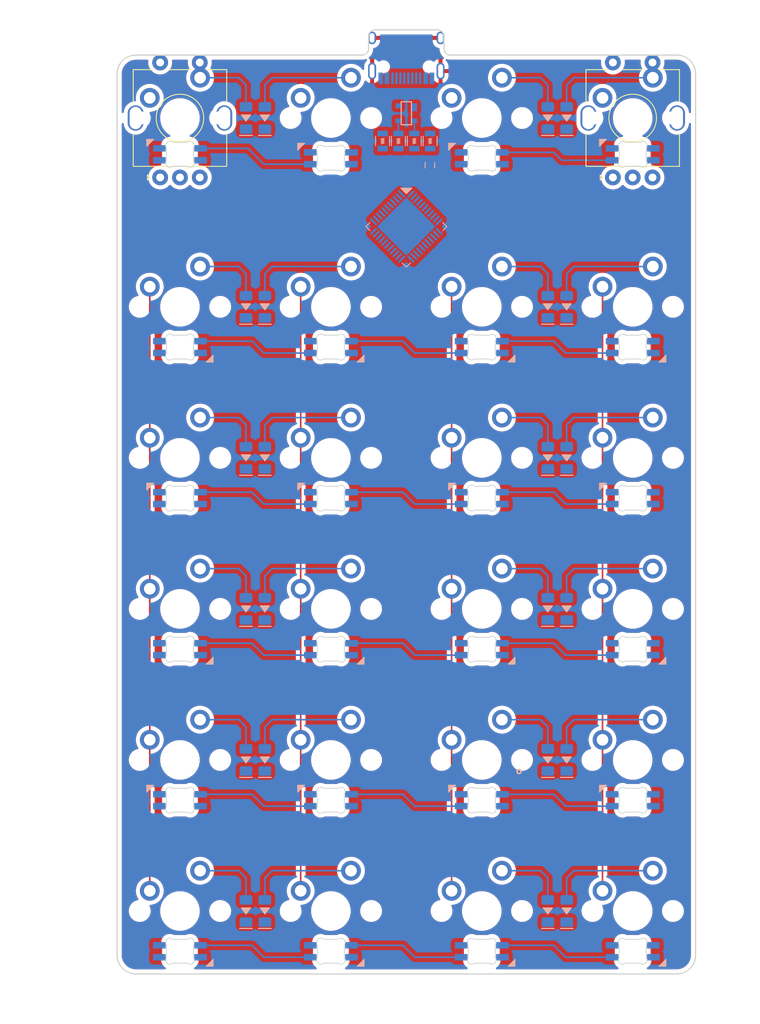
<source format=kicad_pcb>
(kicad_pcb (version 20171130) (host pcbnew "(5.1.10)-1")
  (layers (0 F.Cu signal) (31 B.Cu signal) (34 B.Paste user) (35 F.Paste user) (36 B.SilkS user) (37 F.SilkS user) (38 B.Mask user) (39 F.Mask user) (44 Edge.Cuts user))
  (net 0 "")
  (net 1 "Net-(D1-Pad2)")
  (net 2 "Net-(D2-Pad2)")
  (net 3 "Net-(D3-Pad2)")
  (net 4 "Net-(D4-Pad2)")
  (net 5 "Net-(D5-Pad2)")
  (net 6 "Net-(D6-Pad2)")
  (net 7 "Net-(D7-Pad2)")
  (net 8 "Net-(D8-Pad2)")
  (net 9 "Net-(D9-Pad2)")
  (net 10 "Net-(D10-Pad2)")
  (net 11 "Net-(D11-Pad2)")
  (net 12 "Net-(D12-Pad2)")
  (net 13 "Net-(D13-Pad2)")
  (net 14 "Net-(D14-Pad2)")
  (net 15 "Net-(D15-Pad2)")
  (net 16 "Net-(D16-Pad2)")
  (net 17 "Net-(D17-Pad2)")
  (net 18 "Net-(D18-Pad2)")
  (net 19 "Net-(D19-Pad2)")
  (net 20 "Net-(D20-Pad2)")
  (net 21 "Net-(MX1-Pad1)")
  (net 22 "Net-(MX10-Pad1)")
  (net 23 "Net-(MX11-Pad1)")
  (net 24 "Net-(MX16-Pad1)")
  (net 25 "Net-(D21-Pad2)")
  (net 26 "Net-(D22-Pad2)")
  (net 27 "Net-(D23-Pad2)")
  (net 28 "Net-(D24-Pad2)")
  (net 29 "Net-(RGB1-Pad2)")
  (net 30 "Net-(RGB2-Pad2)")
  (net 31 "Net-(RGB3-Pad2)")
  (net 32 "Net-(RGB4-Pad2)")
  (net 33 "Net-(RGB5-Pad4)")
  (net 34 "Net-(RGB5-Pad2)")
  (net 35 "Net-(RGB6-Pad2)")
  (net 36 "Net-(RGB7-Pad2)")
  (net 37 "Net-(RGB8-Pad2)")
  (net 38 "Net-(RGB_REV1-Pad2)")
  (net 39 "Net-(RGB_REV2-Pad2)")
  (net 40 "Net-(RGB_REV3-Pad2)")
  (net 41 "Net-(RGB9-Pad4)")
  (net 42 "Net-(RGB10-Pad4)")
  (net 43 "Net-(RGB10-Pad2)")
  (net 44 "Net-(RGB11-Pad2)")
  (net 45 "Net-(RGB12-Pad2)")
  (net 46 "Net-(RGB_REV5-Pad2)")
  (net 47 "Net-(RGB_REV6-Pad2)")
  (net 48 "Net-(RGB_REV7-Pad2)")
  (net 49 "Net-(RGB_REV10-Pad4)")
  (net 50 "Net-(RGB_REV10-Pad2)")
  (net 51 "Net-(RGB_REV11-Pad2)")
  (net 52 "Net-(U1-Pad15)")
  (net 53 "Net-(U1-Pad14)")
  (net 54 D+)
  (net 55 D-)
  (net 56 R0)
  (net 57 R1)
  (net 58 R2)
  (net 59 R3)
  (net 60 R4)
  (net 61 R5)
  (net 62 GND)
  (net 63 +5V)
  (net 64 "Net-(R2-Pad2)")
  (net 65 "Net-(R1-Pad2)")
  (net 66 "Net-(R3-Pad2)")
  (net 67 "Net-(R4-Pad2)")
  (net 68 "Net-(C1-Pad1)")
  (module sanproject-keyboard-part:C_0603 (layer B.Cu) (at 60.126536 34.52812 90)
    (fp_text reference C1)
    (fp_text value 1uF)
    (pad 1 smd rect (at -0.75 0 90) (size 0.8 0.75) (layers B.Cu B.Paste B.Mask) (net 68 "Net-(C1-Pad1)"))
    (pad 2 smd rect (at 0.75 0 90) (size 0.8 0.75) (layers B.Cu B.Paste B.Mask) (net 62 GND))
  )
  (module sanproject-keyboard-part:SOT143B (layer B.Cu) (at 57.150024 27.979687 180)
    (fp_text reference U2)
    (fp_text value PRTR5V0U2X)
    (pad 1 smd rect (at -1 0.75 270) (size 1 0.7) (layers B.Cu B.Paste B.Mask) (net 62 GND))
    (pad 4 smd rect (at 1 0.95 270) (size 0.6 0.7) (layers B.Cu B.Paste B.Mask) (net 63 +5V))
    (pad 2 smd rect (at -1 -0.95 270) (size 0.6 0.7) (layers B.Cu B.Paste B.Mask) (net 67 "Net-(R4-Pad2)"))
    (pad 3 smd rect (at 1 -0.95 270) (size 0.6 0.7) (layers B.Cu B.Paste B.Mask) (net 66 "Net-(R3-Pad2)"))
  )
  (module sanproject-keyboard-part:QFN-44-1EP_7x7mm_P0.5mm_EP5.2x5.2mm (layer B.Cu) (at 57.15 42.267199 225)
    (fp_text reference U1 hide)
    (fp_text value ATmega32U4-MU)
    (pad 1 smd roundrect (at -3.3375 2.5 225) (size 1.075 0.25) (layers B.Cu B.Paste B.Mask))
    (pad 2 smd rect (at -3.3375 2 225) (size 1.075 0.25) (layers B.Cu B.Paste B.Mask) (net 53 "Net-(U1-Pad14)"))
    (pad 3 smd rect (at -3.3375 1.5 225) (size 1.075 0.25) (layers B.Cu B.Paste B.Mask) (net 55 D-))
    (pad 4 smd rect (at -3.3375 1 225) (size 1.075 0.25) (layers B.Cu B.Paste B.Mask) (net 54 D+))
    (pad 5 smd rect (at -3.3375 0.5 225) (size 1.075 0.25) (layers B.Cu B.Paste B.Mask) (net 52 "Net-(U1-Pad15)"))
    (pad 6 smd rect (at -3.3375 0 225) (size 1.075 0.25) (layers B.Cu B.Paste B.Mask) (net 68 "Net-(C1-Pad1)"))
    (pad 7 smd rect (at -3.3375 -0.5 225) (size 1.075 0.25) (layers B.Cu B.Paste B.Mask))
    (pad 8 smd rect (at -3.3375 -1 225) (size 1.075 0.25) (layers B.Cu B.Paste B.Mask))
    (pad 9 smd rect (at -3.3375 -1.5 225) (size 1.075 0.25) (layers B.Cu B.Paste B.Mask))
    (pad 10 smd rect (at -3.3375 -2 225) (size 1.075 0.25) (layers B.Cu B.Paste B.Mask))
    (pad 11 smd rect (at -3.3375 -2.5 225) (size 1.075 0.25) (layers B.Cu B.Paste B.Mask))
    (pad 12 smd rect (at -2.5 -3.3375 225) (size 0.25 1.075) (layers B.Cu B.Paste B.Mask))
    (pad 13 smd rect (at -2 -3.3375 225) (size 0.25 1.075) (layers B.Cu B.Paste B.Mask))
    (pad 14 smd rect (at -1.5 -3.3375 225) (size 0.25 1.075) (layers B.Cu B.Paste B.Mask) (net 53 "Net-(U1-Pad14)"))
    (pad 15 smd rect (at -1 -3.3375 225) (size 0.25 1.075) (layers B.Cu B.Paste B.Mask) (net 52 "Net-(U1-Pad15)"))
    (pad 16 smd rect (at -0.5 -3.3375 225) (size 0.25 1.075) (layers B.Cu B.Paste B.Mask))
    (pad 17 smd rect (at 0 -3.3375 225) (size 0.25 1.075) (layers B.Cu B.Paste B.Mask))
    (pad 18 smd rect (at 0.5 -3.3375 225) (size 0.25 1.075) (layers B.Cu B.Paste B.Mask))
    (pad 19 smd rect (at 1 -3.3375 225) (size 0.25 1.075) (layers B.Cu B.Paste B.Mask))
    (pad 20 smd rect (at 1.5 -3.3375 225) (size 0.25 1.075) (layers B.Cu B.Paste B.Mask))
    (pad 21 smd rect (at 2 -3.3375 225) (size 0.25 1.075) (layers B.Cu B.Paste B.Mask))
    (pad 22 smd rect (at 2.5 -3.3375 225) (size 0.25 1.075) (layers B.Cu B.Paste B.Mask))
    (pad 23 smd rect (at 3.3375 -2.5 225) (size 1.075 0.25) (layers B.Cu B.Paste B.Mask) (net 52 "Net-(U1-Pad15)"))
    (pad 24 smd rect (at 3.3375 -2 225) (size 1.075 0.25) (layers B.Cu B.Paste B.Mask) (net 53 "Net-(U1-Pad14)"))
    (pad 25 smd rect (at 3.3375 -1.5 225) (size 1.075 0.25) (layers B.Cu B.Paste B.Mask))
    (pad 26 smd rect (at 3.3375 -1 225) (size 1.075 0.25) (layers B.Cu B.Paste B.Mask))
    (pad 27 smd rect (at 3.3375 -0.5 225) (size 1.075 0.25) (layers B.Cu B.Paste B.Mask))
    (pad 28 smd rect (at 3.3375 0 225) (size 1.075 0.25) (layers B.Cu B.Paste B.Mask))
    (pad 29 smd rect (at 3.3375 0.5 225) (size 1.075 0.25) (layers B.Cu B.Paste B.Mask))
    (pad 30 smd rect (at 3.3375 1 225) (size 1.075 0.25) (layers B.Cu B.Paste B.Mask))
    (pad 31 smd rect (at 3.3375 1.5 225) (size 1.075 0.25) (layers B.Cu B.Paste B.Mask))
    (pad 32 smd rect (at 3.3375 2 225) (size 1.075 0.25) (layers B.Cu B.Paste B.Mask))
    (pad 33 smd rect (at 3.3375 2.5 225) (size 1.075 0.25) (layers B.Cu B.Paste B.Mask))
    (pad 34 smd rect (at 2.5 3.3375 225) (size 0.25 1.075) (layers B.Cu B.Paste B.Mask) (net 53 "Net-(U1-Pad14)"))
    (pad 35 smd rect (at 2 3.3375 225) (size 0.25 1.075) (layers B.Cu B.Paste B.Mask) (net 52 "Net-(U1-Pad15)"))
    (pad 36 smd rect (at 1.5 3.3375 225) (size 0.25 1.075) (layers B.Cu B.Paste B.Mask))
    (pad 37 smd rect (at 1 3.3375 225) (size 0.25 1.075) (layers B.Cu B.Paste B.Mask))
    (pad 38 smd rect (at 0.5 3.3375 225) (size 0.25 1.075) (layers B.Cu B.Paste B.Mask))
    (pad 39 smd rect (at 0 3.3375 225) (size 0.25 1.075) (layers B.Cu B.Paste B.Mask))
    (pad 40 smd rect (at -0.5 3.3375 225) (size 0.25 1.075) (layers B.Cu B.Paste B.Mask))
    (pad 41 smd rect (at -1 3.3375 225) (size 0.25 1.075) (layers B.Cu B.Paste B.Mask))
    (pad 42 smd rect (at -1.5 3.3375 225) (size 0.25 1.075) (layers B.Cu B.Paste B.Mask))
    (pad 43 smd rect (at -2 3.3375 225) (size 0.25 1.075) (layers B.Cu B.Paste B.Mask) (net 52 "Net-(U1-Pad15)"))
    (pad 44 smd rect (at -2.5 3.3375 225) (size 0.25 1.075) (layers B.Cu B.Paste B.Mask) (net 53 "Net-(U1-Pad14)"))
    (pad 45 smd rect (at 0 0 225) (size 5.2 5.2) (layers B.Cu B.Mask) (net 52 "Net-(U1-Pad15)"))
  )
  (module sanproject-keyboard-part:R_0805 (layer B.Cu) (at 58.150024 31.479687 90)
    (fp_text reference R4)
    (fp_text value 22R)
    (pad 2 smd rect (at 0.95 0 90) (size 0.7 1.3) (layers B.Cu B.Paste B.Mask) (net 67 "Net-(R4-Pad2)"))
    (pad 1 smd rect (at -0.95 0 90) (size 0.7 1.3) (layers B.Cu B.Paste B.Mask) (net 54 D+))
  )
  (module sanproject-keyboard-part:R_0805 (layer B.Cu) (at 56.150024 31.479687 90)
    (fp_text reference R3)
    (fp_text value 22R)
    (pad 2 smd rect (at 0.95 0 90) (size 0.7 1.3) (layers B.Cu B.Paste B.Mask) (net 66 "Net-(R3-Pad2)"))
    (pad 1 smd rect (at -0.95 0 90) (size 0.7 1.3) (layers B.Cu B.Paste B.Mask) (net 55 D-))
  )
  (module sanproject-keyboard-part:R_0805 (layer B.Cu) (at 60.150024 31.479687 90)
    (fp_text reference R2)
    (fp_text value 5.1k)
    (pad 2 smd rect (at 0.95 0 90) (size 0.7 1.3) (layers B.Cu B.Paste B.Mask) (net 64 "Net-(R2-Pad2)"))
    (pad 1 smd rect (at -0.95 0 90) (size 0.7 1.3) (layers B.Cu B.Paste B.Mask) (net 62 GND))
  )
  (module sanproject-keyboard-part:R_0805 (layer B.Cu) (at 54.150024 31.479687 90)
    (fp_text reference R1)
    (fp_text value 5.1k)
    (pad 2 smd rect (at 0.95 0 90) (size 0.7 1.3) (layers B.Cu B.Paste B.Mask) (net 65 "Net-(R1-Pad2)"))
    (pad 1 smd rect (at -0.95 0 90) (size 0.7 1.3) (layers B.Cu B.Paste B.Mask) (net 62 GND))
  )
  (module sanproject-keyboard-part:DIODE_1206_SawnsProjects (layer B.Cu) (at 36.909382 109.537568 90)
    (fp_text reference D5)
    (fp_text value DIODE)
    (pad 2 smd roundrect (at 1.4 0 90) (size 1.2 1.6) (layers B.Cu B.Paste B.Mask) (roundrect_rratio 0.2) (net 5 "Net-(D5-Pad2)"))
    (pad 1 smd roundrect (at -1.4 0 90) (size 1.2 1.6) (layers B.Cu B.Paste B.Mask) (roundrect_rratio 0.2) (net 60 R4))
  )
  (module sanproject-keyboard-part:DIODE_1206_SawnsProjects (layer B.Cu) (at 36.909382 71.437536 90)
    (fp_text reference D3)
    (fp_text value DIODE)
    (pad 2 smd roundrect (at 1.4 0 90) (size 1.2 1.6) (layers B.Cu B.Paste B.Mask) (roundrect_rratio 0.2) (net 3 "Net-(D3-Pad2)"))
    (pad 1 smd roundrect (at -1.4 0 90) (size 1.2 1.6) (layers B.Cu B.Paste B.Mask) (roundrect_rratio 0.2) (net 58 R2))
  )
  (module sanproject-keyboard-part:DIODE_1206_SawnsProjects (layer B.Cu) (at 39.290634 109.537568 90)
    (fp_text reference D10)
    (fp_text value DIODE)
    (pad 2 smd roundrect (at 1.4 0 90) (size 1.2 1.6) (layers B.Cu B.Paste B.Mask) (roundrect_rratio 0.2) (net 10 "Net-(D10-Pad2)"))
    (pad 1 smd roundrect (at -1.4 0 90) (size 1.2 1.6) (layers B.Cu B.Paste B.Mask) (roundrect_rratio 0.2) (net 60 R4))
  )
  (module sanproject-keyboard-part:DIODE_1206_SawnsProjects (layer B.Cu) (at 39.290634 71.437536 90)
    (fp_text reference D8)
    (fp_text value DIODE)
    (pad 2 smd roundrect (at 1.4 0 90) (size 1.2 1.6) (layers B.Cu B.Paste B.Mask) (roundrect_rratio 0.2) (net 8 "Net-(D8-Pad2)"))
    (pad 1 smd roundrect (at -1.4 0 90) (size 1.2 1.6) (layers B.Cu B.Paste B.Mask) (roundrect_rratio 0.2) (net 58 R2))
  )
  (module sanproject-keyboard-part:DIODE_1206_SawnsProjects (layer B.Cu) (at 77.390666 128.587584 90)
    (fp_text reference D24)
    (fp_text value DIODE)
    (pad 2 smd roundrect (at 1.4 0 90) (size 1.2 1.6) (layers B.Cu B.Paste B.Mask) (roundrect_rratio 0.2) (net 28 "Net-(D24-Pad2)"))
    (pad 1 smd roundrect (at -1.4 0 90) (size 1.2 1.6) (layers B.Cu B.Paste B.Mask) (roundrect_rratio 0.2) (net 61 R5))
  )
  (module sanproject-keyboard-part:DIODE_1206_SawnsProjects (layer B.Cu) (at 75.009414 128.587584 90)
    (fp_text reference D23)
    (fp_text value DIODE)
    (pad 2 smd roundrect (at 1.4 0 90) (size 1.2 1.6) (layers B.Cu B.Paste B.Mask) (roundrect_rratio 0.2) (net 27 "Net-(D23-Pad2)"))
    (pad 1 smd roundrect (at -1.4 0 90) (size 1.2 1.6) (layers B.Cu B.Paste B.Mask) (roundrect_rratio 0.2) (net 61 R5))
  )
  (module sanproject-keyboard-part:DIODE_1206_SawnsProjects (layer B.Cu) (at 39.290634 128.587584 90)
    (fp_text reference D22)
    (fp_text value DIODE)
    (pad 2 smd roundrect (at 1.4 0 90) (size 1.2 1.6) (layers B.Cu B.Paste B.Mask) (roundrect_rratio 0.2) (net 26 "Net-(D22-Pad2)"))
    (pad 1 smd roundrect (at -1.4 0 90) (size 1.2 1.6) (layers B.Cu B.Paste B.Mask) (roundrect_rratio 0.2) (net 61 R5))
  )
  (module sanproject-keyboard-part:DIODE_1206_SawnsProjects (layer B.Cu) (at 36.909382 128.587584 90)
    (fp_text reference D21)
    (fp_text value DIODE)
    (pad 2 smd roundrect (at 1.4 0 90) (size 1.2 1.6) (layers B.Cu B.Paste B.Mask) (roundrect_rratio 0.2) (net 25 "Net-(D21-Pad2)"))
    (pad 1 smd roundrect (at -1.4 0 90) (size 1.2 1.6) (layers B.Cu B.Paste B.Mask) (roundrect_rratio 0.2) (net 61 R5))
  )
  (module sanproject-keyboard-part:DIODE_1206_SawnsProjects (layer B.Cu) (at 77.390666 109.537568 90)
    (fp_text reference D20)
    (fp_text value DIODE)
    (pad 2 smd roundrect (at 1.4 0 90) (size 1.2 1.6) (layers B.Cu B.Paste B.Mask) (roundrect_rratio 0.2) (net 20 "Net-(D20-Pad2)"))
    (pad 1 smd roundrect (at -1.4 0 90) (size 1.2 1.6) (layers B.Cu B.Paste B.Mask) (roundrect_rratio 0.2) (net 60 R4))
  )
  (module sanproject-keyboard-part:DIODE_1206_SawnsProjects (layer B.Cu) (at 77.390666 90.487552 90)
    (fp_text reference D19)
    (fp_text value DIODE)
    (pad 2 smd roundrect (at 1.4 0 90) (size 1.2 1.6) (layers B.Cu B.Paste B.Mask) (roundrect_rratio 0.2) (net 19 "Net-(D19-Pad2)"))
    (pad 1 smd roundrect (at -1.4 0 90) (size 1.2 1.6) (layers B.Cu B.Paste B.Mask) (roundrect_rratio 0.2) (net 59 R3))
  )
  (module sanproject-keyboard-part:DIODE_1206_SawnsProjects (layer B.Cu) (at 77.390666 71.437536 90)
    (fp_text reference D18)
    (fp_text value DIODE)
    (pad 2 smd roundrect (at 1.4 0 90) (size 1.2 1.6) (layers B.Cu B.Paste B.Mask) (roundrect_rratio 0.2) (net 18 "Net-(D18-Pad2)"))
    (pad 1 smd roundrect (at -1.4 0 90) (size 1.2 1.6) (layers B.Cu B.Paste B.Mask) (roundrect_rratio 0.2) (net 58 R2))
  )
  (module sanproject-keyboard-part:DIODE_1206_SawnsProjects (layer B.Cu) (at 77.390666 52.38752 90)
    (fp_text reference D17)
    (fp_text value DIODE)
    (pad 2 smd roundrect (at 1.4 0 90) (size 1.2 1.6) (layers B.Cu B.Paste B.Mask) (roundrect_rratio 0.2) (net 17 "Net-(D17-Pad2)"))
    (pad 1 smd roundrect (at -1.4 0 90) (size 1.2 1.6) (layers B.Cu B.Paste B.Mask) (roundrect_rratio 0.2) (net 57 R1))
  )
  (module sanproject-keyboard-part:DIODE_1206_SawnsProjects (layer B.Cu) (at 77.390666 28.575 90)
    (fp_text reference D16)
    (fp_text value DIODE)
    (pad 2 smd roundrect (at 1.4 0 90) (size 1.2 1.6) (layers B.Cu B.Paste B.Mask) (roundrect_rratio 0.2) (net 16 "Net-(D16-Pad2)"))
    (pad 1 smd roundrect (at -1.4 0 90) (size 1.2 1.6) (layers B.Cu B.Paste B.Mask) (roundrect_rratio 0.2) (net 56 R0))
  )
  (module sanproject-keyboard-part:DIODE_1206_SawnsProjects (layer B.Cu) (at 75.009414 109.537568 90)
    (fp_text reference D15)
    (fp_text value DIODE)
    (pad 2 smd roundrect (at 1.4 0 90) (size 1.2 1.6) (layers B.Cu B.Paste B.Mask) (roundrect_rratio 0.2) (net 15 "Net-(D15-Pad2)"))
    (pad 1 smd roundrect (at -1.4 0 90) (size 1.2 1.6) (layers B.Cu B.Paste B.Mask) (roundrect_rratio 0.2) (net 60 R4))
  )
  (module sanproject-keyboard-part:DIODE_1206_SawnsProjects (layer B.Cu) (at 75.009414 90.487552 90)
    (fp_text reference D14)
    (fp_text value DIODE)
    (pad 2 smd roundrect (at 1.4 0 90) (size 1.2 1.6) (layers B.Cu B.Paste B.Mask) (roundrect_rratio 0.2) (net 14 "Net-(D14-Pad2)"))
    (pad 1 smd roundrect (at -1.4 0 90) (size 1.2 1.6) (layers B.Cu B.Paste B.Mask) (roundrect_rratio 0.2) (net 59 R3))
  )
  (module sanproject-keyboard-part:DIODE_1206_SawnsProjects (layer B.Cu) (at 75.009414 71.437536 90)
    (fp_text reference D13)
    (fp_text value DIODE)
    (pad 2 smd roundrect (at 1.4 0 90) (size 1.2 1.6) (layers B.Cu B.Paste B.Mask) (roundrect_rratio 0.2) (net 13 "Net-(D13-Pad2)"))
    (pad 1 smd roundrect (at -1.4 0 90) (size 1.2 1.6) (layers B.Cu B.Paste B.Mask) (roundrect_rratio 0.2) (net 58 R2))
  )
  (module sanproject-keyboard-part:DIODE_1206_SawnsProjects (layer B.Cu) (at 75.009414 52.38752 90)
    (fp_text reference D12)
    (fp_text value DIODE)
    (pad 2 smd roundrect (at 1.4 0 90) (size 1.2 1.6) (layers B.Cu B.Paste B.Mask) (roundrect_rratio 0.2) (net 12 "Net-(D12-Pad2)"))
    (pad 1 smd roundrect (at -1.4 0 90) (size 1.2 1.6) (layers B.Cu B.Paste B.Mask) (roundrect_rratio 0.2) (net 57 R1))
  )
  (module sanproject-keyboard-part:DIODE_1206_SawnsProjects (layer B.Cu) (at 75.009414 28.575 90)
    (fp_text reference D11)
    (fp_text value DIODE)
    (pad 2 smd roundrect (at 1.4 0 90) (size 1.2 1.6) (layers B.Cu B.Paste B.Mask) (roundrect_rratio 0.2) (net 11 "Net-(D11-Pad2)"))
    (pad 1 smd roundrect (at -1.4 0 90) (size 1.2 1.6) (layers B.Cu B.Paste B.Mask) (roundrect_rratio 0.2) (net 56 R0))
  )
  (module sanproject-keyboard-part:DIODE_1206_SawnsProjects (layer B.Cu) (at 39.290634 90.487552 90)
    (fp_text reference D9)
    (fp_text value DIODE)
    (pad 2 smd roundrect (at 1.4 0 90) (size 1.2 1.6) (layers B.Cu B.Paste B.Mask) (roundrect_rratio 0.2) (net 9 "Net-(D9-Pad2)"))
    (pad 1 smd roundrect (at -1.4 0 90) (size 1.2 1.6) (layers B.Cu B.Paste B.Mask) (roundrect_rratio 0.2) (net 59 R3))
  )
  (module sanproject-keyboard-part:DIODE_1206_SawnsProjects (layer B.Cu) (at 39.290634 52.38752 90)
    (fp_text reference D7)
    (fp_text value DIODE)
    (pad 2 smd roundrect (at 1.4 0 90) (size 1.2 1.6) (layers B.Cu B.Paste B.Mask) (roundrect_rratio 0.2) (net 7 "Net-(D7-Pad2)"))
    (pad 1 smd roundrect (at -1.4 0 90) (size 1.2 1.6) (layers B.Cu B.Paste B.Mask) (roundrect_rratio 0.2) (net 57 R1))
  )
  (module sanproject-keyboard-part:DIODE_1206_SawnsProjects (layer B.Cu) (at 39.290634 28.575 90)
    (fp_text reference D6)
    (fp_text value DIODE)
    (pad 2 smd roundrect (at 1.4 0 90) (size 1.2 1.6) (layers B.Cu B.Paste B.Mask) (roundrect_rratio 0.2) (net 6 "Net-(D6-Pad2)"))
    (pad 1 smd roundrect (at -1.4 0 90) (size 1.2 1.6) (layers B.Cu B.Paste B.Mask) (roundrect_rratio 0.2) (net 56 R0))
  )
  (module sanproject-keyboard-part:DIODE_1206_SawnsProjects (layer B.Cu) (at 36.909382 90.487552 90)
    (fp_text reference D4)
    (fp_text value DIODE)
    (pad 2 smd roundrect (at 1.4 0 90) (size 1.2 1.6) (layers B.Cu B.Paste B.Mask) (roundrect_rratio 0.2) (net 4 "Net-(D4-Pad2)"))
    (pad 1 smd roundrect (at -1.4 0 90) (size 1.2 1.6) (layers B.Cu B.Paste B.Mask) (roundrect_rratio 0.2) (net 59 R3))
  )
  (module sanproject-keyboard-part:DIODE_1206_SawnsProjects (layer B.Cu) (at 36.909382 52.38752 90)
    (fp_text reference D2)
    (fp_text value DIODE)
    (pad 2 smd roundrect (at 1.4 0 90) (size 1.2 1.6) (layers B.Cu B.Paste B.Mask) (roundrect_rratio 0.2) (net 2 "Net-(D2-Pad2)"))
    (pad 1 smd roundrect (at -1.4 0 90) (size 1.2 1.6) (layers B.Cu B.Paste B.Mask) (roundrect_rratio 0.2) (net 57 R1))
  )
  (module sanproject-keyboard-part:DIODE_1206_SawnsProjects (layer B.Cu) (at 36.909382 28.575 90)
    (fp_text reference D1)
    (fp_text value DIODE)
    (pad 2 smd roundrect (at 1.4 0 90) (size 1.2 1.6) (layers B.Cu B.Paste B.Mask) (roundrect_rratio 0.2) (net 1 "Net-(D1-Pad2)"))
    (pad 1 smd roundrect (at -1.4 0 90) (size 1.2 1.6) (layers B.Cu B.Paste B.Mask) (roundrect_rratio 0.2) (net 56 R0))
  )
  (module ebastler-keyboard-parts:MX_SK6812MINI-E (layer F.Cu) (at 28.575 128.5875)
    (fp_text reference RGB_REV12 hide)
    (fp_text value WS2812B)
    (fp_line (start -1.699999 5.782841) (end -1.699999 4.377157) (layer Edge.Cuts) (width 0.1))
    (fp_line (start -0.794452 3.58) (end 0.794453 3.58) (layer Edge.Cuts) (width 0.1))
    (fp_line (start 1.699999 4.377157) (end 1.699999 5.782841) (layer Edge.Cuts) (width 0.1))
    (fp_line (start 0.794452 6.579999) (end -0.794452 6.579999) (layer Edge.Cuts) (width 0.1))
    (fp_arc (start -0.794452 7.079999) (end -0.794452 6.579999) (angle -30.2992623) (layer Edge.Cuts) (width 0.1))
    (fp_arc (start 0.794452 7.079999) (end 1.046711 6.648298) (angle -30.29933433) (layer Edge.Cuts) (width 0.1))
    (fp_arc (start 1.298969 6.216597) (end 1.046711 6.648298) (angle -146.0055121) (layer Edge.Cuts) (width 0.1))
    (fp_arc (start 2.199999 5.782841) (end 1.699999 5.782841) (angle -25.70617777) (layer Edge.Cuts) (width 0.1))
    (fp_arc (start 2.199999 4.377157) (end 1.749484 4.160279) (angle -25.70608136) (layer Edge.Cuts) (width 0.1))
    (fp_arc (start 1.298969 3.943402) (end 1.749484 4.160279) (angle -146.0053097) (layer Edge.Cuts) (width 0.1))
    (fp_arc (start 0.794453 3.08) (end 0.794453 3.58) (angle -30.29922831) (layer Edge.Cuts) (width 0.1))
    (fp_arc (start -0.794452 3.08) (end -1.046711 3.5117) (angle -30.29928212) (layer Edge.Cuts) (width 0.1))
    (fp_arc (start -1.298969 3.943401) (end -1.046711 3.5117) (angle -146.0054017) (layer Edge.Cuts) (width 0.1))
    (fp_arc (start -2.199999 4.377157) (end -1.699999 4.377157) (angle -25.70611954) (layer Edge.Cuts) (width 0.1))
    (fp_arc (start -2.199999 5.782841) (end -1.749484 5.999719) (angle -25.70611205) (layer Edge.Cuts) (width 0.1))
    (fp_arc (start -1.298969 6.216596) (end -1.749484 5.999719) (angle -146.0053744) (layer Edge.Cuts) (width 0.1))
    (pad 3 smd roundrect (at 2.6 5.829999 270) (size 0.82 1.6) (layers B.Cu B.Paste B.Mask) (roundrect_rratio 0.1) (net 62 GND))
    (pad 4 smd roundrect (at 2.6 4.329999 270) (size 0.82 1.6) (layers B.Cu B.Paste B.Mask) (roundrect_rratio 0.1) (net 51 "Net-(RGB_REV11-Pad2)"))
    (pad 2 smd roundrect (at -2.6 5.829999 270) (size 0.82 1.6) (layers B.Cu B.Paste B.Mask) (roundrect_rratio 0.1))
    (pad 1 smd roundrect (at -2.6 4.329999 270) (size 0.82 1.6) (layers B.Cu B.Paste B.Mask) (roundrect_rratio 0.1) (net 63 +5V))
  )
  (module ebastler-keyboard-parts:MX_SK6812MINI-E (layer F.Cu) (at 47.625 128.5875)
    (fp_text reference RGB_REV11 hide)
    (fp_text value WS2812B)
    (fp_line (start -1.699999 5.782841) (end -1.699999 4.377157) (layer Edge.Cuts) (width 0.1))
    (fp_line (start -0.794452 3.58) (end 0.794453 3.58) (layer Edge.Cuts) (width 0.1))
    (fp_line (start 1.699999 4.377157) (end 1.699999 5.782841) (layer Edge.Cuts) (width 0.1))
    (fp_line (start 0.794452 6.579999) (end -0.794452 6.579999) (layer Edge.Cuts) (width 0.1))
    (fp_arc (start -0.794452 7.079999) (end -0.794452 6.579999) (angle -30.2992623) (layer Edge.Cuts) (width 0.1))
    (fp_arc (start 0.794452 7.079999) (end 1.046711 6.648298) (angle -30.29933433) (layer Edge.Cuts) (width 0.1))
    (fp_arc (start 1.298969 6.216597) (end 1.046711 6.648298) (angle -146.0055121) (layer Edge.Cuts) (width 0.1))
    (fp_arc (start 2.199999 5.782841) (end 1.699999 5.782841) (angle -25.70617777) (layer Edge.Cuts) (width 0.1))
    (fp_arc (start 2.199999 4.377157) (end 1.749484 4.160279) (angle -25.70608136) (layer Edge.Cuts) (width 0.1))
    (fp_arc (start 1.298969 3.943402) (end 1.749484 4.160279) (angle -146.0053097) (layer Edge.Cuts) (width 0.1))
    (fp_arc (start 0.794453 3.08) (end 0.794453 3.58) (angle -30.29922831) (layer Edge.Cuts) (width 0.1))
    (fp_arc (start -0.794452 3.08) (end -1.046711 3.5117) (angle -30.29928212) (layer Edge.Cuts) (width 0.1))
    (fp_arc (start -1.298969 3.943401) (end -1.046711 3.5117) (angle -146.0054017) (layer Edge.Cuts) (width 0.1))
    (fp_arc (start -2.199999 4.377157) (end -1.699999 4.377157) (angle -25.70611954) (layer Edge.Cuts) (width 0.1))
    (fp_arc (start -2.199999 5.782841) (end -1.749484 5.999719) (angle -25.70611205) (layer Edge.Cuts) (width 0.1))
    (fp_arc (start -1.298969 6.216596) (end -1.749484 5.999719) (angle -146.0053744) (layer Edge.Cuts) (width 0.1))
    (pad 3 smd roundrect (at 2.6 5.829999 270) (size 0.82 1.6) (layers B.Cu B.Paste B.Mask) (roundrect_rratio 0.1) (net 62 GND))
    (pad 4 smd roundrect (at 2.6 4.329999 270) (size 0.82 1.6) (layers B.Cu B.Paste B.Mask) (roundrect_rratio 0.1) (net 50 "Net-(RGB_REV10-Pad2)"))
    (pad 2 smd roundrect (at -2.6 5.829999 270) (size 0.82 1.6) (layers B.Cu B.Paste B.Mask) (roundrect_rratio 0.1) (net 51 "Net-(RGB_REV11-Pad2)"))
    (pad 1 smd roundrect (at -2.6 4.329999 270) (size 0.82 1.6) (layers B.Cu B.Paste B.Mask) (roundrect_rratio 0.1) (net 63 +5V))
  )
  (module ebastler-keyboard-parts:MX_SK6812MINI-E (layer F.Cu) (at 66.675 128.5875)
    (fp_text reference RGB_REV10 hide)
    (fp_text value WS2812B)
    (fp_line (start -1.699999 5.782841) (end -1.699999 4.377157) (layer Edge.Cuts) (width 0.1))
    (fp_line (start -0.794452 3.58) (end 0.794453 3.58) (layer Edge.Cuts) (width 0.1))
    (fp_line (start 1.699999 4.377157) (end 1.699999 5.782841) (layer Edge.Cuts) (width 0.1))
    (fp_line (start 0.794452 6.579999) (end -0.794452 6.579999) (layer Edge.Cuts) (width 0.1))
    (fp_arc (start -0.794452 7.079999) (end -0.794452 6.579999) (angle -30.2992623) (layer Edge.Cuts) (width 0.1))
    (fp_arc (start 0.794452 7.079999) (end 1.046711 6.648298) (angle -30.29933433) (layer Edge.Cuts) (width 0.1))
    (fp_arc (start 1.298969 6.216597) (end 1.046711 6.648298) (angle -146.0055121) (layer Edge.Cuts) (width 0.1))
    (fp_arc (start 2.199999 5.782841) (end 1.699999 5.782841) (angle -25.70617777) (layer Edge.Cuts) (width 0.1))
    (fp_arc (start 2.199999 4.377157) (end 1.749484 4.160279) (angle -25.70608136) (layer Edge.Cuts) (width 0.1))
    (fp_arc (start 1.298969 3.943402) (end 1.749484 4.160279) (angle -146.0053097) (layer Edge.Cuts) (width 0.1))
    (fp_arc (start 0.794453 3.08) (end 0.794453 3.58) (angle -30.29922831) (layer Edge.Cuts) (width 0.1))
    (fp_arc (start -0.794452 3.08) (end -1.046711 3.5117) (angle -30.29928212) (layer Edge.Cuts) (width 0.1))
    (fp_arc (start -1.298969 3.943401) (end -1.046711 3.5117) (angle -146.0054017) (layer Edge.Cuts) (width 0.1))
    (fp_arc (start -2.199999 4.377157) (end -1.699999 4.377157) (angle -25.70611954) (layer Edge.Cuts) (width 0.1))
    (fp_arc (start -2.199999 5.782841) (end -1.749484 5.999719) (angle -25.70611205) (layer Edge.Cuts) (width 0.1))
    (fp_arc (start -1.298969 6.216596) (end -1.749484 5.999719) (angle -146.0053744) (layer Edge.Cuts) (width 0.1))
    (pad 3 smd roundrect (at 2.6 5.829999 270) (size 0.82 1.6) (layers B.Cu B.Paste B.Mask) (roundrect_rratio 0.1) (net 62 GND))
    (pad 4 smd roundrect (at 2.6 4.329999 270) (size 0.82 1.6) (layers B.Cu B.Paste B.Mask) (roundrect_rratio 0.1) (net 49 "Net-(RGB_REV10-Pad4)"))
    (pad 2 smd roundrect (at -2.6 5.829999 270) (size 0.82 1.6) (layers B.Cu B.Paste B.Mask) (roundrect_rratio 0.1) (net 50 "Net-(RGB_REV10-Pad2)"))
    (pad 1 smd roundrect (at -2.6 4.329999 270) (size 0.82 1.6) (layers B.Cu B.Paste B.Mask) (roundrect_rratio 0.1) (net 63 +5V))
  )
  (module ebastler-keyboard-parts:MX_SK6812MINI-E (layer F.Cu) (at 85.725 128.5875)
    (fp_text reference RGB_REV9 hide)
    (fp_text value WS2812B)
    (fp_line (start -1.699999 5.782841) (end -1.699999 4.377157) (layer Edge.Cuts) (width 0.1))
    (fp_line (start -0.794452 3.58) (end 0.794453 3.58) (layer Edge.Cuts) (width 0.1))
    (fp_line (start 1.699999 4.377157) (end 1.699999 5.782841) (layer Edge.Cuts) (width 0.1))
    (fp_line (start 0.794452 6.579999) (end -0.794452 6.579999) (layer Edge.Cuts) (width 0.1))
    (fp_arc (start -0.794452 7.079999) (end -0.794452 6.579999) (angle -30.2992623) (layer Edge.Cuts) (width 0.1))
    (fp_arc (start 0.794452 7.079999) (end 1.046711 6.648298) (angle -30.29933433) (layer Edge.Cuts) (width 0.1))
    (fp_arc (start 1.298969 6.216597) (end 1.046711 6.648298) (angle -146.0055121) (layer Edge.Cuts) (width 0.1))
    (fp_arc (start 2.199999 5.782841) (end 1.699999 5.782841) (angle -25.70617777) (layer Edge.Cuts) (width 0.1))
    (fp_arc (start 2.199999 4.377157) (end 1.749484 4.160279) (angle -25.70608136) (layer Edge.Cuts) (width 0.1))
    (fp_arc (start 1.298969 3.943402) (end 1.749484 4.160279) (angle -146.0053097) (layer Edge.Cuts) (width 0.1))
    (fp_arc (start 0.794453 3.08) (end 0.794453 3.58) (angle -30.29922831) (layer Edge.Cuts) (width 0.1))
    (fp_arc (start -0.794452 3.08) (end -1.046711 3.5117) (angle -30.29928212) (layer Edge.Cuts) (width 0.1))
    (fp_arc (start -1.298969 3.943401) (end -1.046711 3.5117) (angle -146.0054017) (layer Edge.Cuts) (width 0.1))
    (fp_arc (start -2.199999 4.377157) (end -1.699999 4.377157) (angle -25.70611954) (layer Edge.Cuts) (width 0.1))
    (fp_arc (start -2.199999 5.782841) (end -1.749484 5.999719) (angle -25.70611205) (layer Edge.Cuts) (width 0.1))
    (fp_arc (start -1.298969 6.216596) (end -1.749484 5.999719) (angle -146.0053744) (layer Edge.Cuts) (width 0.1))
    (pad 3 smd roundrect (at 2.6 5.829999 270) (size 0.82 1.6) (layers B.Cu B.Paste B.Mask) (roundrect_rratio 0.1) (net 62 GND))
    (pad 4 smd roundrect (at 2.6 4.329999 270) (size 0.82 1.6) (layers B.Cu B.Paste B.Mask) (roundrect_rratio 0.1) (net 45 "Net-(RGB12-Pad2)"))
    (pad 2 smd roundrect (at -2.6 5.829999 270) (size 0.82 1.6) (layers B.Cu B.Paste B.Mask) (roundrect_rratio 0.1) (net 49 "Net-(RGB_REV10-Pad4)"))
    (pad 1 smd roundrect (at -2.6 4.329999 270) (size 0.82 1.6) (layers B.Cu B.Paste B.Mask) (roundrect_rratio 0.1) (net 63 +5V))
  )
  (module ebastler-keyboard-parts:MX_SK6812MINI-E (layer F.Cu) (at 28.575 90.4875)
    (fp_text reference RGB_REV8 hide)
    (fp_text value WS2812B)
    (fp_line (start -1.699999 5.782841) (end -1.699999 4.377157) (layer Edge.Cuts) (width 0.1))
    (fp_line (start -0.794452 3.58) (end 0.794453 3.58) (layer Edge.Cuts) (width 0.1))
    (fp_line (start 1.699999 4.377157) (end 1.699999 5.782841) (layer Edge.Cuts) (width 0.1))
    (fp_line (start 0.794452 6.579999) (end -0.794452 6.579999) (layer Edge.Cuts) (width 0.1))
    (fp_arc (start -0.794452 7.079999) (end -0.794452 6.579999) (angle -30.2992623) (layer Edge.Cuts) (width 0.1))
    (fp_arc (start 0.794452 7.079999) (end 1.046711 6.648298) (angle -30.29933433) (layer Edge.Cuts) (width 0.1))
    (fp_arc (start 1.298969 6.216597) (end 1.046711 6.648298) (angle -146.0055121) (layer Edge.Cuts) (width 0.1))
    (fp_arc (start 2.199999 5.782841) (end 1.699999 5.782841) (angle -25.70617777) (layer Edge.Cuts) (width 0.1))
    (fp_arc (start 2.199999 4.377157) (end 1.749484 4.160279) (angle -25.70608136) (layer Edge.Cuts) (width 0.1))
    (fp_arc (start 1.298969 3.943402) (end 1.749484 4.160279) (angle -146.0053097) (layer Edge.Cuts) (width 0.1))
    (fp_arc (start 0.794453 3.08) (end 0.794453 3.58) (angle -30.29922831) (layer Edge.Cuts) (width 0.1))
    (fp_arc (start -0.794452 3.08) (end -1.046711 3.5117) (angle -30.29928212) (layer Edge.Cuts) (width 0.1))
    (fp_arc (start -1.298969 3.943401) (end -1.046711 3.5117) (angle -146.0054017) (layer Edge.Cuts) (width 0.1))
    (fp_arc (start -2.199999 4.377157) (end -1.699999 4.377157) (angle -25.70611954) (layer Edge.Cuts) (width 0.1))
    (fp_arc (start -2.199999 5.782841) (end -1.749484 5.999719) (angle -25.70611205) (layer Edge.Cuts) (width 0.1))
    (fp_arc (start -1.298969 6.216596) (end -1.749484 5.999719) (angle -146.0053744) (layer Edge.Cuts) (width 0.1))
    (pad 3 smd roundrect (at 2.6 5.829999 270) (size 0.82 1.6) (layers B.Cu B.Paste B.Mask) (roundrect_rratio 0.1) (net 62 GND))
    (pad 4 smd roundrect (at 2.6 4.329999 270) (size 0.82 1.6) (layers B.Cu B.Paste B.Mask) (roundrect_rratio 0.1) (net 48 "Net-(RGB_REV7-Pad2)"))
    (pad 2 smd roundrect (at -2.6 5.829999 270) (size 0.82 1.6) (layers B.Cu B.Paste B.Mask) (roundrect_rratio 0.1) (net 41 "Net-(RGB9-Pad4)"))
    (pad 1 smd roundrect (at -2.6 4.329999 270) (size 0.82 1.6) (layers B.Cu B.Paste B.Mask) (roundrect_rratio 0.1) (net 63 +5V))
  )
  (module ebastler-keyboard-parts:MX_SK6812MINI-E (layer F.Cu) (at 47.625 90.4875)
    (fp_text reference RGB_REV7 hide)
    (fp_text value WS2812B)
    (fp_line (start -1.699999 5.782841) (end -1.699999 4.377157) (layer Edge.Cuts) (width 0.1))
    (fp_line (start -0.794452 3.58) (end 0.794453 3.58) (layer Edge.Cuts) (width 0.1))
    (fp_line (start 1.699999 4.377157) (end 1.699999 5.782841) (layer Edge.Cuts) (width 0.1))
    (fp_line (start 0.794452 6.579999) (end -0.794452 6.579999) (layer Edge.Cuts) (width 0.1))
    (fp_arc (start -0.794452 7.079999) (end -0.794452 6.579999) (angle -30.2992623) (layer Edge.Cuts) (width 0.1))
    (fp_arc (start 0.794452 7.079999) (end 1.046711 6.648298) (angle -30.29933433) (layer Edge.Cuts) (width 0.1))
    (fp_arc (start 1.298969 6.216597) (end 1.046711 6.648298) (angle -146.0055121) (layer Edge.Cuts) (width 0.1))
    (fp_arc (start 2.199999 5.782841) (end 1.699999 5.782841) (angle -25.70617777) (layer Edge.Cuts) (width 0.1))
    (fp_arc (start 2.199999 4.377157) (end 1.749484 4.160279) (angle -25.70608136) (layer Edge.Cuts) (width 0.1))
    (fp_arc (start 1.298969 3.943402) (end 1.749484 4.160279) (angle -146.0053097) (layer Edge.Cuts) (width 0.1))
    (fp_arc (start 0.794453 3.08) (end 0.794453 3.58) (angle -30.29922831) (layer Edge.Cuts) (width 0.1))
    (fp_arc (start -0.794452 3.08) (end -1.046711 3.5117) (angle -30.29928212) (layer Edge.Cuts) (width 0.1))
    (fp_arc (start -1.298969 3.943401) (end -1.046711 3.5117) (angle -146.0054017) (layer Edge.Cuts) (width 0.1))
    (fp_arc (start -2.199999 4.377157) (end -1.699999 4.377157) (angle -25.70611954) (layer Edge.Cuts) (width 0.1))
    (fp_arc (start -2.199999 5.782841) (end -1.749484 5.999719) (angle -25.70611205) (layer Edge.Cuts) (width 0.1))
    (fp_arc (start -1.298969 6.216596) (end -1.749484 5.999719) (angle -146.0053744) (layer Edge.Cuts) (width 0.1))
    (pad 3 smd roundrect (at 2.6 5.829999 270) (size 0.82 1.6) (layers B.Cu B.Paste B.Mask) (roundrect_rratio 0.1) (net 62 GND))
    (pad 4 smd roundrect (at 2.6 4.329999 270) (size 0.82 1.6) (layers B.Cu B.Paste B.Mask) (roundrect_rratio 0.1) (net 47 "Net-(RGB_REV6-Pad2)"))
    (pad 2 smd roundrect (at -2.6 5.829999 270) (size 0.82 1.6) (layers B.Cu B.Paste B.Mask) (roundrect_rratio 0.1) (net 48 "Net-(RGB_REV7-Pad2)"))
    (pad 1 smd roundrect (at -2.6 4.329999 270) (size 0.82 1.6) (layers B.Cu B.Paste B.Mask) (roundrect_rratio 0.1) (net 63 +5V))
  )
  (module ebastler-keyboard-parts:MX_SK6812MINI-E (layer F.Cu) (at 66.675 90.4875)
    (fp_text reference RGB_REV6 hide)
    (fp_text value WS2812B)
    (fp_line (start -1.699999 5.782841) (end -1.699999 4.377157) (layer Edge.Cuts) (width 0.1))
    (fp_line (start -0.794452 3.58) (end 0.794453 3.58) (layer Edge.Cuts) (width 0.1))
    (fp_line (start 1.699999 4.377157) (end 1.699999 5.782841) (layer Edge.Cuts) (width 0.1))
    (fp_line (start 0.794452 6.579999) (end -0.794452 6.579999) (layer Edge.Cuts) (width 0.1))
    (fp_arc (start -0.794452 7.079999) (end -0.794452 6.579999) (angle -30.2992623) (layer Edge.Cuts) (width 0.1))
    (fp_arc (start 0.794452 7.079999) (end 1.046711 6.648298) (angle -30.29933433) (layer Edge.Cuts) (width 0.1))
    (fp_arc (start 1.298969 6.216597) (end 1.046711 6.648298) (angle -146.0055121) (layer Edge.Cuts) (width 0.1))
    (fp_arc (start 2.199999 5.782841) (end 1.699999 5.782841) (angle -25.70617777) (layer Edge.Cuts) (width 0.1))
    (fp_arc (start 2.199999 4.377157) (end 1.749484 4.160279) (angle -25.70608136) (layer Edge.Cuts) (width 0.1))
    (fp_arc (start 1.298969 3.943402) (end 1.749484 4.160279) (angle -146.0053097) (layer Edge.Cuts) (width 0.1))
    (fp_arc (start 0.794453 3.08) (end 0.794453 3.58) (angle -30.29922831) (layer Edge.Cuts) (width 0.1))
    (fp_arc (start -0.794452 3.08) (end -1.046711 3.5117) (angle -30.29928212) (layer Edge.Cuts) (width 0.1))
    (fp_arc (start -1.298969 3.943401) (end -1.046711 3.5117) (angle -146.0054017) (layer Edge.Cuts) (width 0.1))
    (fp_arc (start -2.199999 4.377157) (end -1.699999 4.377157) (angle -25.70611954) (layer Edge.Cuts) (width 0.1))
    (fp_arc (start -2.199999 5.782841) (end -1.749484 5.999719) (angle -25.70611205) (layer Edge.Cuts) (width 0.1))
    (fp_arc (start -1.298969 6.216596) (end -1.749484 5.999719) (angle -146.0053744) (layer Edge.Cuts) (width 0.1))
    (pad 3 smd roundrect (at 2.6 5.829999 270) (size 0.82 1.6) (layers B.Cu B.Paste B.Mask) (roundrect_rratio 0.1) (net 62 GND))
    (pad 4 smd roundrect (at 2.6 4.329999 270) (size 0.82 1.6) (layers B.Cu B.Paste B.Mask) (roundrect_rratio 0.1) (net 46 "Net-(RGB_REV5-Pad2)"))
    (pad 2 smd roundrect (at -2.6 5.829999 270) (size 0.82 1.6) (layers B.Cu B.Paste B.Mask) (roundrect_rratio 0.1) (net 47 "Net-(RGB_REV6-Pad2)"))
    (pad 1 smd roundrect (at -2.6 4.329999 270) (size 0.82 1.6) (layers B.Cu B.Paste B.Mask) (roundrect_rratio 0.1) (net 63 +5V))
  )
  (module ebastler-keyboard-parts:MX_SK6812MINI-E (layer F.Cu) (at 85.725 90.4875)
    (fp_text reference RGB_REV5 hide)
    (fp_text value WS2812B)
    (fp_line (start -1.699999 5.782841) (end -1.699999 4.377157) (layer Edge.Cuts) (width 0.1))
    (fp_line (start -0.794452 3.58) (end 0.794453 3.58) (layer Edge.Cuts) (width 0.1))
    (fp_line (start 1.699999 4.377157) (end 1.699999 5.782841) (layer Edge.Cuts) (width 0.1))
    (fp_line (start 0.794452 6.579999) (end -0.794452 6.579999) (layer Edge.Cuts) (width 0.1))
    (fp_arc (start -0.794452 7.079999) (end -0.794452 6.579999) (angle -30.2992623) (layer Edge.Cuts) (width 0.1))
    (fp_arc (start 0.794452 7.079999) (end 1.046711 6.648298) (angle -30.29933433) (layer Edge.Cuts) (width 0.1))
    (fp_arc (start 1.298969 6.216597) (end 1.046711 6.648298) (angle -146.0055121) (layer Edge.Cuts) (width 0.1))
    (fp_arc (start 2.199999 5.782841) (end 1.699999 5.782841) (angle -25.70617777) (layer Edge.Cuts) (width 0.1))
    (fp_arc (start 2.199999 4.377157) (end 1.749484 4.160279) (angle -25.70608136) (layer Edge.Cuts) (width 0.1))
    (fp_arc (start 1.298969 3.943402) (end 1.749484 4.160279) (angle -146.0053097) (layer Edge.Cuts) (width 0.1))
    (fp_arc (start 0.794453 3.08) (end 0.794453 3.58) (angle -30.29922831) (layer Edge.Cuts) (width 0.1))
    (fp_arc (start -0.794452 3.08) (end -1.046711 3.5117) (angle -30.29928212) (layer Edge.Cuts) (width 0.1))
    (fp_arc (start -1.298969 3.943401) (end -1.046711 3.5117) (angle -146.0054017) (layer Edge.Cuts) (width 0.1))
    (fp_arc (start -2.199999 4.377157) (end -1.699999 4.377157) (angle -25.70611954) (layer Edge.Cuts) (width 0.1))
    (fp_arc (start -2.199999 5.782841) (end -1.749484 5.999719) (angle -25.70611205) (layer Edge.Cuts) (width 0.1))
    (fp_arc (start -1.298969 6.216596) (end -1.749484 5.999719) (angle -146.0053744) (layer Edge.Cuts) (width 0.1))
    (pad 3 smd roundrect (at 2.6 5.829999 270) (size 0.82 1.6) (layers B.Cu B.Paste B.Mask) (roundrect_rratio 0.1) (net 62 GND))
    (pad 4 smd roundrect (at 2.6 4.329999 270) (size 0.82 1.6) (layers B.Cu B.Paste B.Mask) (roundrect_rratio 0.1) (net 37 "Net-(RGB8-Pad2)"))
    (pad 2 smd roundrect (at -2.6 5.829999 270) (size 0.82 1.6) (layers B.Cu B.Paste B.Mask) (roundrect_rratio 0.1) (net 46 "Net-(RGB_REV5-Pad2)"))
    (pad 1 smd roundrect (at -2.6 4.329999 270) (size 0.82 1.6) (layers B.Cu B.Paste B.Mask) (roundrect_rratio 0.1) (net 63 +5V))
  )
  (module ebastler-keyboard-parts:MX_SK6812MINI-E_REV (layer F.Cu) (at 85.725 109.5375)
    (fp_text reference RGB12 hide)
    (fp_text value WS2812B)
    (fp_line (start 1.699999 4.377158) (end 1.699999 5.782842) (layer Edge.Cuts) (width 0.1))
    (fp_line (start 0.794452 6.579999) (end -0.794453 6.579999) (layer Edge.Cuts) (width 0.1))
    (fp_line (start -1.699999 5.782842) (end -1.699999 4.377158) (layer Edge.Cuts) (width 0.1))
    (fp_line (start -0.794452 3.58) (end 0.794452 3.58) (layer Edge.Cuts) (width 0.1))
    (fp_arc (start 0.794452 3.08) (end 0.794452 3.58) (angle -30.2992623) (layer Edge.Cuts) (width 0.1))
    (fp_arc (start -0.794452 3.08) (end -1.046711 3.511701) (angle -30.29933433) (layer Edge.Cuts) (width 0.1))
    (fp_arc (start -1.298969 3.943402) (end -1.046711 3.511701) (angle -146.0055121) (layer Edge.Cuts) (width 0.1))
    (fp_arc (start -2.199999 4.377158) (end -1.699999 4.377158) (angle -25.70617777) (layer Edge.Cuts) (width 0.1))
    (fp_arc (start -2.199999 5.782842) (end -1.749484 5.99972) (angle -25.70608136) (layer Edge.Cuts) (width 0.1))
    (fp_arc (start -1.298969 6.216597) (end -1.749484 5.99972) (angle -146.0053097) (layer Edge.Cuts) (width 0.1))
    (fp_arc (start -0.794453 7.079999) (end -0.794453 6.579999) (angle -30.29922831) (layer Edge.Cuts) (width 0.1))
    (fp_arc (start 0.794452 7.079999) (end 1.046711 6.648299) (angle -30.29928212) (layer Edge.Cuts) (width 0.1))
    (fp_arc (start 1.298969 6.216598) (end 1.046711 6.648299) (angle -146.0054017) (layer Edge.Cuts) (width 0.1))
    (fp_arc (start 2.199999 5.782842) (end 1.699999 5.782842) (angle -25.70611954) (layer Edge.Cuts) (width 0.1))
    (fp_arc (start 2.199999 4.377158) (end 1.749484 4.16028) (angle -25.70611205) (layer Edge.Cuts) (width 0.1))
    (fp_arc (start 1.298969 3.943403) (end 1.749484 4.16028) (angle -146.0053744) (layer Edge.Cuts) (width 0.1))
    (pad 3 smd roundrect (at -2.6 4.33 90) (size 0.82 1.6) (layers B.Cu B.Paste B.Mask) (roundrect_rratio 0.1) (net 62 GND))
    (pad 4 smd roundrect (at -2.6 5.83 90) (size 0.82 1.6) (layers B.Cu B.Paste B.Mask) (roundrect_rratio 0.1) (net 44 "Net-(RGB11-Pad2)"))
    (pad 2 smd roundrect (at 2.6 4.33 90) (size 0.82 1.6) (layers B.Cu B.Paste B.Mask) (roundrect_rratio 0.1) (net 45 "Net-(RGB12-Pad2)"))
    (pad 1 smd roundrect (at 2.6 5.83 90) (size 0.82 1.6) (layers B.Cu B.Paste B.Mask) (roundrect_rratio 0.1) (net 63 +5V))
  )
  (module ebastler-keyboard-parts:MX_SK6812MINI-E_REV (layer F.Cu) (at 66.675 109.5375)
    (fp_text reference RGB11 hide)
    (fp_text value WS2812B)
    (fp_line (start 1.699999 4.377158) (end 1.699999 5.782842) (layer Edge.Cuts) (width 0.1))
    (fp_line (start 0.794452 6.579999) (end -0.794453 6.579999) (layer Edge.Cuts) (width 0.1))
    (fp_line (start -1.699999 5.782842) (end -1.699999 4.377158) (layer Edge.Cuts) (width 0.1))
    (fp_line (start -0.794452 3.58) (end 0.794452 3.58) (layer Edge.Cuts) (width 0.1))
    (fp_arc (start 0.794452 3.08) (end 0.794452 3.58) (angle -30.2992623) (layer Edge.Cuts) (width 0.1))
    (fp_arc (start -0.794452 3.08) (end -1.046711 3.511701) (angle -30.29933433) (layer Edge.Cuts) (width 0.1))
    (fp_arc (start -1.298969 3.943402) (end -1.046711 3.511701) (angle -146.0055121) (layer Edge.Cuts) (width 0.1))
    (fp_arc (start -2.199999 4.377158) (end -1.699999 4.377158) (angle -25.70617777) (layer Edge.Cuts) (width 0.1))
    (fp_arc (start -2.199999 5.782842) (end -1.749484 5.99972) (angle -25.70608136) (layer Edge.Cuts) (width 0.1))
    (fp_arc (start -1.298969 6.216597) (end -1.749484 5.99972) (angle -146.0053097) (layer Edge.Cuts) (width 0.1))
    (fp_arc (start -0.794453 7.079999) (end -0.794453 6.579999) (angle -30.29922831) (layer Edge.Cuts) (width 0.1))
    (fp_arc (start 0.794452 7.079999) (end 1.046711 6.648299) (angle -30.29928212) (layer Edge.Cuts) (width 0.1))
    (fp_arc (start 1.298969 6.216598) (end 1.046711 6.648299) (angle -146.0054017) (layer Edge.Cuts) (width 0.1))
    (fp_arc (start 2.199999 5.782842) (end 1.699999 5.782842) (angle -25.70611954) (layer Edge.Cuts) (width 0.1))
    (fp_arc (start 2.199999 4.377158) (end 1.749484 4.16028) (angle -25.70611205) (layer Edge.Cuts) (width 0.1))
    (fp_arc (start 1.298969 3.943403) (end 1.749484 4.16028) (angle -146.0053744) (layer Edge.Cuts) (width 0.1))
    (pad 3 smd roundrect (at -2.6 4.33 90) (size 0.82 1.6) (layers B.Cu B.Paste B.Mask) (roundrect_rratio 0.1) (net 62 GND))
    (pad 4 smd roundrect (at -2.6 5.83 90) (size 0.82 1.6) (layers B.Cu B.Paste B.Mask) (roundrect_rratio 0.1) (net 43 "Net-(RGB10-Pad2)"))
    (pad 2 smd roundrect (at 2.6 4.33 90) (size 0.82 1.6) (layers B.Cu B.Paste B.Mask) (roundrect_rratio 0.1) (net 44 "Net-(RGB11-Pad2)"))
    (pad 1 smd roundrect (at 2.6 5.83 90) (size 0.82 1.6) (layers B.Cu B.Paste B.Mask) (roundrect_rratio 0.1) (net 63 +5V))
  )
  (module ebastler-keyboard-parts:MX_SK6812MINI-E_REV (layer F.Cu) (at 47.625 109.5375)
    (fp_text reference RGB10 hide)
    (fp_text value WS2812B)
    (fp_line (start 1.699999 4.377158) (end 1.699999 5.782842) (layer Edge.Cuts) (width 0.1))
    (fp_line (start 0.794452 6.579999) (end -0.794453 6.579999) (layer Edge.Cuts) (width 0.1))
    (fp_line (start -1.699999 5.782842) (end -1.699999 4.377158) (layer Edge.Cuts) (width 0.1))
    (fp_line (start -0.794452 3.58) (end 0.794452 3.58) (layer Edge.Cuts) (width 0.1))
    (fp_arc (start 0.794452 3.08) (end 0.794452 3.58) (angle -30.2992623) (layer Edge.Cuts) (width 0.1))
    (fp_arc (start -0.794452 3.08) (end -1.046711 3.511701) (angle -30.29933433) (layer Edge.Cuts) (width 0.1))
    (fp_arc (start -1.298969 3.943402) (end -1.046711 3.511701) (angle -146.0055121) (layer Edge.Cuts) (width 0.1))
    (fp_arc (start -2.199999 4.377158) (end -1.699999 4.377158) (angle -25.70617777) (layer Edge.Cuts) (width 0.1))
    (fp_arc (start -2.199999 5.782842) (end -1.749484 5.99972) (angle -25.70608136) (layer Edge.Cuts) (width 0.1))
    (fp_arc (start -1.298969 6.216597) (end -1.749484 5.99972) (angle -146.0053097) (layer Edge.Cuts) (width 0.1))
    (fp_arc (start -0.794453 7.079999) (end -0.794453 6.579999) (angle -30.29922831) (layer Edge.Cuts) (width 0.1))
    (fp_arc (start 0.794452 7.079999) (end 1.046711 6.648299) (angle -30.29928212) (layer Edge.Cuts) (width 0.1))
    (fp_arc (start 1.298969 6.216598) (end 1.046711 6.648299) (angle -146.0054017) (layer Edge.Cuts) (width 0.1))
    (fp_arc (start 2.199999 5.782842) (end 1.699999 5.782842) (angle -25.70611954) (layer Edge.Cuts) (width 0.1))
    (fp_arc (start 2.199999 4.377158) (end 1.749484 4.16028) (angle -25.70611205) (layer Edge.Cuts) (width 0.1))
    (fp_arc (start 1.298969 3.943403) (end 1.749484 4.16028) (angle -146.0053744) (layer Edge.Cuts) (width 0.1))
    (pad 3 smd roundrect (at -2.6 4.33 90) (size 0.82 1.6) (layers B.Cu B.Paste B.Mask) (roundrect_rratio 0.1) (net 62 GND))
    (pad 4 smd roundrect (at -2.6 5.83 90) (size 0.82 1.6) (layers B.Cu B.Paste B.Mask) (roundrect_rratio 0.1) (net 42 "Net-(RGB10-Pad4)"))
    (pad 2 smd roundrect (at 2.6 4.33 90) (size 0.82 1.6) (layers B.Cu B.Paste B.Mask) (roundrect_rratio 0.1) (net 43 "Net-(RGB10-Pad2)"))
    (pad 1 smd roundrect (at 2.6 5.83 90) (size 0.82 1.6) (layers B.Cu B.Paste B.Mask) (roundrect_rratio 0.1) (net 63 +5V))
  )
  (module ebastler-keyboard-parts:MX_SK6812MINI-E_REV (layer F.Cu) (at 28.575 109.5375)
    (fp_text reference RGB9 hide)
    (fp_text value WS2812B)
    (fp_line (start 1.699999 4.377158) (end 1.699999 5.782842) (layer Edge.Cuts) (width 0.1))
    (fp_line (start 0.794452 6.579999) (end -0.794453 6.579999) (layer Edge.Cuts) (width 0.1))
    (fp_line (start -1.699999 5.782842) (end -1.699999 4.377158) (layer Edge.Cuts) (width 0.1))
    (fp_line (start -0.794452 3.58) (end 0.794452 3.58) (layer Edge.Cuts) (width 0.1))
    (fp_arc (start 0.794452 3.08) (end 0.794452 3.58) (angle -30.2992623) (layer Edge.Cuts) (width 0.1))
    (fp_arc (start -0.794452 3.08) (end -1.046711 3.511701) (angle -30.29933433) (layer Edge.Cuts) (width 0.1))
    (fp_arc (start -1.298969 3.943402) (end -1.046711 3.511701) (angle -146.0055121) (layer Edge.Cuts) (width 0.1))
    (fp_arc (start -2.199999 4.377158) (end -1.699999 4.377158) (angle -25.70617777) (layer Edge.Cuts) (width 0.1))
    (fp_arc (start -2.199999 5.782842) (end -1.749484 5.99972) (angle -25.70608136) (layer Edge.Cuts) (width 0.1))
    (fp_arc (start -1.298969 6.216597) (end -1.749484 5.99972) (angle -146.0053097) (layer Edge.Cuts) (width 0.1))
    (fp_arc (start -0.794453 7.079999) (end -0.794453 6.579999) (angle -30.29922831) (layer Edge.Cuts) (width 0.1))
    (fp_arc (start 0.794452 7.079999) (end 1.046711 6.648299) (angle -30.29928212) (layer Edge.Cuts) (width 0.1))
    (fp_arc (start 1.298969 6.216598) (end 1.046711 6.648299) (angle -146.0054017) (layer Edge.Cuts) (width 0.1))
    (fp_arc (start 2.199999 5.782842) (end 1.699999 5.782842) (angle -25.70611954) (layer Edge.Cuts) (width 0.1))
    (fp_arc (start 2.199999 4.377158) (end 1.749484 4.16028) (angle -25.70611205) (layer Edge.Cuts) (width 0.1))
    (fp_arc (start 1.298969 3.943403) (end 1.749484 4.16028) (angle -146.0053744) (layer Edge.Cuts) (width 0.1))
    (pad 3 smd roundrect (at -2.6 4.33 90) (size 0.82 1.6) (layers B.Cu B.Paste B.Mask) (roundrect_rratio 0.1) (net 62 GND))
    (pad 4 smd roundrect (at -2.6 5.83 90) (size 0.82 1.6) (layers B.Cu B.Paste B.Mask) (roundrect_rratio 0.1) (net 41 "Net-(RGB9-Pad4)"))
    (pad 2 smd roundrect (at 2.6 4.33 90) (size 0.82 1.6) (layers B.Cu B.Paste B.Mask) (roundrect_rratio 0.1) (net 42 "Net-(RGB10-Pad4)"))
    (pad 1 smd roundrect (at 2.6 5.83 90) (size 0.82 1.6) (layers B.Cu B.Paste B.Mask) (roundrect_rratio 0.1) (net 63 +5V))
  )
  (module ebastler-keyboard-parts:MX_SK6812MINI-E (layer F.Cu) (at 28.575 52.3875)
    (fp_text reference RGB_REV4 hide)
    (fp_text value WS2812B)
    (fp_line (start -1.699999 5.782841) (end -1.699999 4.377157) (layer Edge.Cuts) (width 0.1))
    (fp_line (start -0.794452 3.58) (end 0.794453 3.58) (layer Edge.Cuts) (width 0.1))
    (fp_line (start 1.699999 4.377157) (end 1.699999 5.782841) (layer Edge.Cuts) (width 0.1))
    (fp_line (start 0.794452 6.579999) (end -0.794452 6.579999) (layer Edge.Cuts) (width 0.1))
    (fp_arc (start -0.794452 7.079999) (end -0.794452 6.579999) (angle -30.2992623) (layer Edge.Cuts) (width 0.1))
    (fp_arc (start 0.794452 7.079999) (end 1.046711 6.648298) (angle -30.29933433) (layer Edge.Cuts) (width 0.1))
    (fp_arc (start 1.298969 6.216597) (end 1.046711 6.648298) (angle -146.0055121) (layer Edge.Cuts) (width 0.1))
    (fp_arc (start 2.199999 5.782841) (end 1.699999 5.782841) (angle -25.70617777) (layer Edge.Cuts) (width 0.1))
    (fp_arc (start 2.199999 4.377157) (end 1.749484 4.160279) (angle -25.70608136) (layer Edge.Cuts) (width 0.1))
    (fp_arc (start 1.298969 3.943402) (end 1.749484 4.160279) (angle -146.0053097) (layer Edge.Cuts) (width 0.1))
    (fp_arc (start 0.794453 3.08) (end 0.794453 3.58) (angle -30.29922831) (layer Edge.Cuts) (width 0.1))
    (fp_arc (start -0.794452 3.08) (end -1.046711 3.5117) (angle -30.29928212) (layer Edge.Cuts) (width 0.1))
    (fp_arc (start -1.298969 3.943401) (end -1.046711 3.5117) (angle -146.0054017) (layer Edge.Cuts) (width 0.1))
    (fp_arc (start -2.199999 4.377157) (end -1.699999 4.377157) (angle -25.70611954) (layer Edge.Cuts) (width 0.1))
    (fp_arc (start -2.199999 5.782841) (end -1.749484 5.999719) (angle -25.70611205) (layer Edge.Cuts) (width 0.1))
    (fp_arc (start -1.298969 6.216596) (end -1.749484 5.999719) (angle -146.0053744) (layer Edge.Cuts) (width 0.1))
    (pad 3 smd roundrect (at 2.6 5.829999 270) (size 0.82 1.6) (layers B.Cu B.Paste B.Mask) (roundrect_rratio 0.1) (net 62 GND))
    (pad 4 smd roundrect (at 2.6 4.329999 270) (size 0.82 1.6) (layers B.Cu B.Paste B.Mask) (roundrect_rratio 0.1) (net 40 "Net-(RGB_REV3-Pad2)"))
    (pad 2 smd roundrect (at -2.6 5.829999 270) (size 0.82 1.6) (layers B.Cu B.Paste B.Mask) (roundrect_rratio 0.1) (net 33 "Net-(RGB5-Pad4)"))
    (pad 1 smd roundrect (at -2.6 4.329999 270) (size 0.82 1.6) (layers B.Cu B.Paste B.Mask) (roundrect_rratio 0.1) (net 63 +5V))
  )
  (module ebastler-keyboard-parts:MX_SK6812MINI-E (layer F.Cu) (at 47.625 52.3875)
    (fp_text reference RGB_REV3 hide)
    (fp_text value WS2812B)
    (fp_line (start -1.699999 5.782841) (end -1.699999 4.377157) (layer Edge.Cuts) (width 0.1))
    (fp_line (start -0.794452 3.58) (end 0.794453 3.58) (layer Edge.Cuts) (width 0.1))
    (fp_line (start 1.699999 4.377157) (end 1.699999 5.782841) (layer Edge.Cuts) (width 0.1))
    (fp_line (start 0.794452 6.579999) (end -0.794452 6.579999) (layer Edge.Cuts) (width 0.1))
    (fp_arc (start -0.794452 7.079999) (end -0.794452 6.579999) (angle -30.2992623) (layer Edge.Cuts) (width 0.1))
    (fp_arc (start 0.794452 7.079999) (end 1.046711 6.648298) (angle -30.29933433) (layer Edge.Cuts) (width 0.1))
    (fp_arc (start 1.298969 6.216597) (end 1.046711 6.648298) (angle -146.0055121) (layer Edge.Cuts) (width 0.1))
    (fp_arc (start 2.199999 5.782841) (end 1.699999 5.782841) (angle -25.70617777) (layer Edge.Cuts) (width 0.1))
    (fp_arc (start 2.199999 4.377157) (end 1.749484 4.160279) (angle -25.70608136) (layer Edge.Cuts) (width 0.1))
    (fp_arc (start 1.298969 3.943402) (end 1.749484 4.160279) (angle -146.0053097) (layer Edge.Cuts) (width 0.1))
    (fp_arc (start 0.794453 3.08) (end 0.794453 3.58) (angle -30.29922831) (layer Edge.Cuts) (width 0.1))
    (fp_arc (start -0.794452 3.08) (end -1.046711 3.5117) (angle -30.29928212) (layer Edge.Cuts) (width 0.1))
    (fp_arc (start -1.298969 3.943401) (end -1.046711 3.5117) (angle -146.0054017) (layer Edge.Cuts) (width 0.1))
    (fp_arc (start -2.199999 4.377157) (end -1.699999 4.377157) (angle -25.70611954) (layer Edge.Cuts) (width 0.1))
    (fp_arc (start -2.199999 5.782841) (end -1.749484 5.999719) (angle -25.70611205) (layer Edge.Cuts) (width 0.1))
    (fp_arc (start -1.298969 6.216596) (end -1.749484 5.999719) (angle -146.0053744) (layer Edge.Cuts) (width 0.1))
    (pad 3 smd roundrect (at 2.6 5.829999 270) (size 0.82 1.6) (layers B.Cu B.Paste B.Mask) (roundrect_rratio 0.1) (net 62 GND))
    (pad 4 smd roundrect (at 2.6 4.329999 270) (size 0.82 1.6) (layers B.Cu B.Paste B.Mask) (roundrect_rratio 0.1) (net 39 "Net-(RGB_REV2-Pad2)"))
    (pad 2 smd roundrect (at -2.6 5.829999 270) (size 0.82 1.6) (layers B.Cu B.Paste B.Mask) (roundrect_rratio 0.1) (net 40 "Net-(RGB_REV3-Pad2)"))
    (pad 1 smd roundrect (at -2.6 4.329999 270) (size 0.82 1.6) (layers B.Cu B.Paste B.Mask) (roundrect_rratio 0.1) (net 63 +5V))
  )
  (module ebastler-keyboard-parts:MX_SK6812MINI-E (layer F.Cu) (at 66.675 52.3875)
    (fp_text reference RGB_REV2 hide)
    (fp_text value WS2812B)
    (fp_line (start -1.699999 5.782841) (end -1.699999 4.377157) (layer Edge.Cuts) (width 0.1))
    (fp_line (start -0.794452 3.58) (end 0.794453 3.58) (layer Edge.Cuts) (width 0.1))
    (fp_line (start 1.699999 4.377157) (end 1.699999 5.782841) (layer Edge.Cuts) (width 0.1))
    (fp_line (start 0.794452 6.579999) (end -0.794452 6.579999) (layer Edge.Cuts) (width 0.1))
    (fp_arc (start -0.794452 7.079999) (end -0.794452 6.579999) (angle -30.2992623) (layer Edge.Cuts) (width 0.1))
    (fp_arc (start 0.794452 7.079999) (end 1.046711 6.648298) (angle -30.29933433) (layer Edge.Cuts) (width 0.1))
    (fp_arc (start 1.298969 6.216597) (end 1.046711 6.648298) (angle -146.0055121) (layer Edge.Cuts) (width 0.1))
    (fp_arc (start 2.199999 5.782841) (end 1.699999 5.782841) (angle -25.70617777) (layer Edge.Cuts) (width 0.1))
    (fp_arc (start 2.199999 4.377157) (end 1.749484 4.160279) (angle -25.70608136) (layer Edge.Cuts) (width 0.1))
    (fp_arc (start 1.298969 3.943402) (end 1.749484 4.160279) (angle -146.0053097) (layer Edge.Cuts) (width 0.1))
    (fp_arc (start 0.794453 3.08) (end 0.794453 3.58) (angle -30.29922831) (layer Edge.Cuts) (width 0.1))
    (fp_arc (start -0.794452 3.08) (end -1.046711 3.5117) (angle -30.29928212) (layer Edge.Cuts) (width 0.1))
    (fp_arc (start -1.298969 3.943401) (end -1.046711 3.5117) (angle -146.0054017) (layer Edge.Cuts) (width 0.1))
    (fp_arc (start -2.199999 4.377157) (end -1.699999 4.377157) (angle -25.70611954) (layer Edge.Cuts) (width 0.1))
    (fp_arc (start -2.199999 5.782841) (end -1.749484 5.999719) (angle -25.70611205) (layer Edge.Cuts) (width 0.1))
    (fp_arc (start -1.298969 6.216596) (end -1.749484 5.999719) (angle -146.0053744) (layer Edge.Cuts) (width 0.1))
    (pad 3 smd roundrect (at 2.6 5.829999 270) (size 0.82 1.6) (layers B.Cu B.Paste B.Mask) (roundrect_rratio 0.1) (net 62 GND))
    (pad 4 smd roundrect (at 2.6 4.329999 270) (size 0.82 1.6) (layers B.Cu B.Paste B.Mask) (roundrect_rratio 0.1) (net 38 "Net-(RGB_REV1-Pad2)"))
    (pad 2 smd roundrect (at -2.6 5.829999 270) (size 0.82 1.6) (layers B.Cu B.Paste B.Mask) (roundrect_rratio 0.1) (net 39 "Net-(RGB_REV2-Pad2)"))
    (pad 1 smd roundrect (at -2.6 4.329999 270) (size 0.82 1.6) (layers B.Cu B.Paste B.Mask) (roundrect_rratio 0.1) (net 63 +5V))
  )
  (module ebastler-keyboard-parts:MX_SK6812MINI-E (layer F.Cu) (at 85.725 52.3875)
    (fp_text reference RGB_REV1 hide)
    (fp_text value WS2812B)
    (fp_line (start -1.699999 5.782841) (end -1.699999 4.377157) (layer Edge.Cuts) (width 0.1))
    (fp_line (start -0.794452 3.58) (end 0.794453 3.58) (layer Edge.Cuts) (width 0.1))
    (fp_line (start 1.699999 4.377157) (end 1.699999 5.782841) (layer Edge.Cuts) (width 0.1))
    (fp_line (start 0.794452 6.579999) (end -0.794452 6.579999) (layer Edge.Cuts) (width 0.1))
    (fp_arc (start -0.794452 7.079999) (end -0.794452 6.579999) (angle -30.2992623) (layer Edge.Cuts) (width 0.1))
    (fp_arc (start 0.794452 7.079999) (end 1.046711 6.648298) (angle -30.29933433) (layer Edge.Cuts) (width 0.1))
    (fp_arc (start 1.298969 6.216597) (end 1.046711 6.648298) (angle -146.0055121) (layer Edge.Cuts) (width 0.1))
    (fp_arc (start 2.199999 5.782841) (end 1.699999 5.782841) (angle -25.70617777) (layer Edge.Cuts) (width 0.1))
    (fp_arc (start 2.199999 4.377157) (end 1.749484 4.160279) (angle -25.70608136) (layer Edge.Cuts) (width 0.1))
    (fp_arc (start 1.298969 3.943402) (end 1.749484 4.160279) (angle -146.0053097) (layer Edge.Cuts) (width 0.1))
    (fp_arc (start 0.794453 3.08) (end 0.794453 3.58) (angle -30.29922831) (layer Edge.Cuts) (width 0.1))
    (fp_arc (start -0.794452 3.08) (end -1.046711 3.5117) (angle -30.29928212) (layer Edge.Cuts) (width 0.1))
    (fp_arc (start -1.298969 3.943401) (end -1.046711 3.5117) (angle -146.0054017) (layer Edge.Cuts) (width 0.1))
    (fp_arc (start -2.199999 4.377157) (end -1.699999 4.377157) (angle -25.70611954) (layer Edge.Cuts) (width 0.1))
    (fp_arc (start -2.199999 5.782841) (end -1.749484 5.999719) (angle -25.70611205) (layer Edge.Cuts) (width 0.1))
    (fp_arc (start -1.298969 6.216596) (end -1.749484 5.999719) (angle -146.0053744) (layer Edge.Cuts) (width 0.1))
    (pad 3 smd roundrect (at 2.6 5.829999 270) (size 0.82 1.6) (layers B.Cu B.Paste B.Mask) (roundrect_rratio 0.1) (net 62 GND))
    (pad 4 smd roundrect (at 2.6 4.329999 270) (size 0.82 1.6) (layers B.Cu B.Paste B.Mask) (roundrect_rratio 0.1) (net 32 "Net-(RGB4-Pad2)"))
    (pad 2 smd roundrect (at -2.6 5.829999 270) (size 0.82 1.6) (layers B.Cu B.Paste B.Mask) (roundrect_rratio 0.1) (net 38 "Net-(RGB_REV1-Pad2)"))
    (pad 1 smd roundrect (at -2.6 4.329999 270) (size 0.82 1.6) (layers B.Cu B.Paste B.Mask) (roundrect_rratio 0.1) (net 63 +5V))
  )
  (module ebastler-keyboard-parts:MX_SK6812MINI-E_REV (layer F.Cu) (at 85.725 71.4375)
    (fp_text reference RGB8 hide)
    (fp_text value WS2812B)
    (fp_line (start 1.699999 4.377158) (end 1.699999 5.782842) (layer Edge.Cuts) (width 0.1))
    (fp_line (start 0.794452 6.579999) (end -0.794453 6.579999) (layer Edge.Cuts) (width 0.1))
    (fp_line (start -1.699999 5.782842) (end -1.699999 4.377158) (layer Edge.Cuts) (width 0.1))
    (fp_line (start -0.794452 3.58) (end 0.794452 3.58) (layer Edge.Cuts) (width 0.1))
    (fp_arc (start 0.794452 3.08) (end 0.794452 3.58) (angle -30.2992623) (layer Edge.Cuts) (width 0.1))
    (fp_arc (start -0.794452 3.08) (end -1.046711 3.511701) (angle -30.29933433) (layer Edge.Cuts) (width 0.1))
    (fp_arc (start -1.298969 3.943402) (end -1.046711 3.511701) (angle -146.0055121) (layer Edge.Cuts) (width 0.1))
    (fp_arc (start -2.199999 4.377158) (end -1.699999 4.377158) (angle -25.70617777) (layer Edge.Cuts) (width 0.1))
    (fp_arc (start -2.199999 5.782842) (end -1.749484 5.99972) (angle -25.70608136) (layer Edge.Cuts) (width 0.1))
    (fp_arc (start -1.298969 6.216597) (end -1.749484 5.99972) (angle -146.0053097) (layer Edge.Cuts) (width 0.1))
    (fp_arc (start -0.794453 7.079999) (end -0.794453 6.579999) (angle -30.29922831) (layer Edge.Cuts) (width 0.1))
    (fp_arc (start 0.794452 7.079999) (end 1.046711 6.648299) (angle -30.29928212) (layer Edge.Cuts) (width 0.1))
    (fp_arc (start 1.298969 6.216598) (end 1.046711 6.648299) (angle -146.0054017) (layer Edge.Cuts) (width 0.1))
    (fp_arc (start 2.199999 5.782842) (end 1.699999 5.782842) (angle -25.70611954) (layer Edge.Cuts) (width 0.1))
    (fp_arc (start 2.199999 4.377158) (end 1.749484 4.16028) (angle -25.70611205) (layer Edge.Cuts) (width 0.1))
    (fp_arc (start 1.298969 3.943403) (end 1.749484 4.16028) (angle -146.0053744) (layer Edge.Cuts) (width 0.1))
    (pad 3 smd roundrect (at -2.6 4.33 90) (size 0.82 1.6) (layers B.Cu B.Paste B.Mask) (roundrect_rratio 0.1) (net 62 GND))
    (pad 4 smd roundrect (at -2.6 5.83 90) (size 0.82 1.6) (layers B.Cu B.Paste B.Mask) (roundrect_rratio 0.1) (net 36 "Net-(RGB7-Pad2)"))
    (pad 2 smd roundrect (at 2.6 4.33 90) (size 0.82 1.6) (layers B.Cu B.Paste B.Mask) (roundrect_rratio 0.1) (net 37 "Net-(RGB8-Pad2)"))
    (pad 1 smd roundrect (at 2.6 5.83 90) (size 0.82 1.6) (layers B.Cu B.Paste B.Mask) (roundrect_rratio 0.1) (net 63 +5V))
  )
  (module ebastler-keyboard-parts:MX_SK6812MINI-E_REV (layer F.Cu) (at 66.675 71.4375)
    (fp_text reference RGB7 hide)
    (fp_text value WS2812B)
    (fp_line (start 1.699999 4.377158) (end 1.699999 5.782842) (layer Edge.Cuts) (width 0.1))
    (fp_line (start 0.794452 6.579999) (end -0.794453 6.579999) (layer Edge.Cuts) (width 0.1))
    (fp_line (start -1.699999 5.782842) (end -1.699999 4.377158) (layer Edge.Cuts) (width 0.1))
    (fp_line (start -0.794452 3.58) (end 0.794452 3.58) (layer Edge.Cuts) (width 0.1))
    (fp_arc (start 0.794452 3.08) (end 0.794452 3.58) (angle -30.2992623) (layer Edge.Cuts) (width 0.1))
    (fp_arc (start -0.794452 3.08) (end -1.046711 3.511701) (angle -30.29933433) (layer Edge.Cuts) (width 0.1))
    (fp_arc (start -1.298969 3.943402) (end -1.046711 3.511701) (angle -146.0055121) (layer Edge.Cuts) (width 0.1))
    (fp_arc (start -2.199999 4.377158) (end -1.699999 4.377158) (angle -25.70617777) (layer Edge.Cuts) (width 0.1))
    (fp_arc (start -2.199999 5.782842) (end -1.749484 5.99972) (angle -25.70608136) (layer Edge.Cuts) (width 0.1))
    (fp_arc (start -1.298969 6.216597) (end -1.749484 5.99972) (angle -146.0053097) (layer Edge.Cuts) (width 0.1))
    (fp_arc (start -0.794453 7.079999) (end -0.794453 6.579999) (angle -30.29922831) (layer Edge.Cuts) (width 0.1))
    (fp_arc (start 0.794452 7.079999) (end 1.046711 6.648299) (angle -30.29928212) (layer Edge.Cuts) (width 0.1))
    (fp_arc (start 1.298969 6.216598) (end 1.046711 6.648299) (angle -146.0054017) (layer Edge.Cuts) (width 0.1))
    (fp_arc (start 2.199999 5.782842) (end 1.699999 5.782842) (angle -25.70611954) (layer Edge.Cuts) (width 0.1))
    (fp_arc (start 2.199999 4.377158) (end 1.749484 4.16028) (angle -25.70611205) (layer Edge.Cuts) (width 0.1))
    (fp_arc (start 1.298969 3.943403) (end 1.749484 4.16028) (angle -146.0053744) (layer Edge.Cuts) (width 0.1))
    (pad 3 smd roundrect (at -2.6 4.33 90) (size 0.82 1.6) (layers B.Cu B.Paste B.Mask) (roundrect_rratio 0.1) (net 62 GND))
    (pad 4 smd roundrect (at -2.6 5.83 90) (size 0.82 1.6) (layers B.Cu B.Paste B.Mask) (roundrect_rratio 0.1) (net 35 "Net-(RGB6-Pad2)"))
    (pad 2 smd roundrect (at 2.6 4.33 90) (size 0.82 1.6) (layers B.Cu B.Paste B.Mask) (roundrect_rratio 0.1) (net 36 "Net-(RGB7-Pad2)"))
    (pad 1 smd roundrect (at 2.6 5.83 90) (size 0.82 1.6) (layers B.Cu B.Paste B.Mask) (roundrect_rratio 0.1) (net 63 +5V))
  )
  (module ebastler-keyboard-parts:MX_SK6812MINI-E_REV (layer F.Cu) (at 47.625 71.4375)
    (fp_text reference RGB6 hide)
    (fp_text value WS2812B)
    (fp_line (start 1.699999 4.377158) (end 1.699999 5.782842) (layer Edge.Cuts) (width 0.1))
    (fp_line (start 0.794452 6.579999) (end -0.794453 6.579999) (layer Edge.Cuts) (width 0.1))
    (fp_line (start -1.699999 5.782842) (end -1.699999 4.377158) (layer Edge.Cuts) (width 0.1))
    (fp_line (start -0.794452 3.58) (end 0.794452 3.58) (layer Edge.Cuts) (width 0.1))
    (fp_arc (start 0.794452 3.08) (end 0.794452 3.58) (angle -30.2992623) (layer Edge.Cuts) (width 0.1))
    (fp_arc (start -0.794452 3.08) (end -1.046711 3.511701) (angle -30.29933433) (layer Edge.Cuts) (width 0.1))
    (fp_arc (start -1.298969 3.943402) (end -1.046711 3.511701) (angle -146.0055121) (layer Edge.Cuts) (width 0.1))
    (fp_arc (start -2.199999 4.377158) (end -1.699999 4.377158) (angle -25.70617777) (layer Edge.Cuts) (width 0.1))
    (fp_arc (start -2.199999 5.782842) (end -1.749484 5.99972) (angle -25.70608136) (layer Edge.Cuts) (width 0.1))
    (fp_arc (start -1.298969 6.216597) (end -1.749484 5.99972) (angle -146.0053097) (layer Edge.Cuts) (width 0.1))
    (fp_arc (start -0.794453 7.079999) (end -0.794453 6.579999) (angle -30.29922831) (layer Edge.Cuts) (width 0.1))
    (fp_arc (start 0.794452 7.079999) (end 1.046711 6.648299) (angle -30.29928212) (layer Edge.Cuts) (width 0.1))
    (fp_arc (start 1.298969 6.216598) (end 1.046711 6.648299) (angle -146.0054017) (layer Edge.Cuts) (width 0.1))
    (fp_arc (start 2.199999 5.782842) (end 1.699999 5.782842) (angle -25.70611954) (layer Edge.Cuts) (width 0.1))
    (fp_arc (start 2.199999 4.377158) (end 1.749484 4.16028) (angle -25.70611205) (layer Edge.Cuts) (width 0.1))
    (fp_arc (start 1.298969 3.943403) (end 1.749484 4.16028) (angle -146.0053744) (layer Edge.Cuts) (width 0.1))
    (pad 3 smd roundrect (at -2.6 4.33 90) (size 0.82 1.6) (layers B.Cu B.Paste B.Mask) (roundrect_rratio 0.1) (net 62 GND))
    (pad 4 smd roundrect (at -2.6 5.83 90) (size 0.82 1.6) (layers B.Cu B.Paste B.Mask) (roundrect_rratio 0.1) (net 34 "Net-(RGB5-Pad2)"))
    (pad 2 smd roundrect (at 2.6 4.33 90) (size 0.82 1.6) (layers B.Cu B.Paste B.Mask) (roundrect_rratio 0.1) (net 35 "Net-(RGB6-Pad2)"))
    (pad 1 smd roundrect (at 2.6 5.83 90) (size 0.82 1.6) (layers B.Cu B.Paste B.Mask) (roundrect_rratio 0.1) (net 63 +5V))
  )
  (module ebastler-keyboard-parts:MX_SK6812MINI-E_REV (layer F.Cu) (at 28.575 71.4375)
    (fp_text reference RGB5 hide)
    (fp_text value WS2812B)
    (fp_line (start 1.699999 4.377158) (end 1.699999 5.782842) (layer Edge.Cuts) (width 0.1))
    (fp_line (start 0.794452 6.579999) (end -0.794453 6.579999) (layer Edge.Cuts) (width 0.1))
    (fp_line (start -1.699999 5.782842) (end -1.699999 4.377158) (layer Edge.Cuts) (width 0.1))
    (fp_line (start -0.794452 3.58) (end 0.794452 3.58) (layer Edge.Cuts) (width 0.1))
    (fp_arc (start 0.794452 3.08) (end 0.794452 3.58) (angle -30.2992623) (layer Edge.Cuts) (width 0.1))
    (fp_arc (start -0.794452 3.08) (end -1.046711 3.511701) (angle -30.29933433) (layer Edge.Cuts) (width 0.1))
    (fp_arc (start -1.298969 3.943402) (end -1.046711 3.511701) (angle -146.0055121) (layer Edge.Cuts) (width 0.1))
    (fp_arc (start -2.199999 4.377158) (end -1.699999 4.377158) (angle -25.70617777) (layer Edge.Cuts) (width 0.1))
    (fp_arc (start -2.199999 5.782842) (end -1.749484 5.99972) (angle -25.70608136) (layer Edge.Cuts) (width 0.1))
    (fp_arc (start -1.298969 6.216597) (end -1.749484 5.99972) (angle -146.0053097) (layer Edge.Cuts) (width 0.1))
    (fp_arc (start -0.794453 7.079999) (end -0.794453 6.579999) (angle -30.29922831) (layer Edge.Cuts) (width 0.1))
    (fp_arc (start 0.794452 7.079999) (end 1.046711 6.648299) (angle -30.29928212) (layer Edge.Cuts) (width 0.1))
    (fp_arc (start 1.298969 6.216598) (end 1.046711 6.648299) (angle -146.0054017) (layer Edge.Cuts) (width 0.1))
    (fp_arc (start 2.199999 5.782842) (end 1.699999 5.782842) (angle -25.70611954) (layer Edge.Cuts) (width 0.1))
    (fp_arc (start 2.199999 4.377158) (end 1.749484 4.16028) (angle -25.70611205) (layer Edge.Cuts) (width 0.1))
    (fp_arc (start 1.298969 3.943403) (end 1.749484 4.16028) (angle -146.0053744) (layer Edge.Cuts) (width 0.1))
    (pad 3 smd roundrect (at -2.6 4.33 90) (size 0.82 1.6) (layers B.Cu B.Paste B.Mask) (roundrect_rratio 0.1) (net 62 GND))
    (pad 4 smd roundrect (at -2.6 5.83 90) (size 0.82 1.6) (layers B.Cu B.Paste B.Mask) (roundrect_rratio 0.1) (net 33 "Net-(RGB5-Pad4)"))
    (pad 2 smd roundrect (at 2.6 4.33 90) (size 0.82 1.6) (layers B.Cu B.Paste B.Mask) (roundrect_rratio 0.1) (net 34 "Net-(RGB5-Pad2)"))
    (pad 1 smd roundrect (at 2.6 5.83 90) (size 0.82 1.6) (layers B.Cu B.Paste B.Mask) (roundrect_rratio 0.1) (net 63 +5V))
  )
  (module ebastler-keyboard-parts:MX_SK6812MINI-E_REV (layer F.Cu) (at 85.725 28.075)
    (fp_text reference RGB4 hide)
    (fp_text value WS2812B)
    (fp_line (start 1.699999 4.377158) (end 1.699999 5.782842) (layer Edge.Cuts) (width 0.1))
    (fp_line (start 0.794452 6.579999) (end -0.794453 6.579999) (layer Edge.Cuts) (width 0.1))
    (fp_line (start -1.699999 5.782842) (end -1.699999 4.377158) (layer Edge.Cuts) (width 0.1))
    (fp_line (start -0.794452 3.58) (end 0.794452 3.58) (layer Edge.Cuts) (width 0.1))
    (fp_arc (start 0.794452 3.08) (end 0.794452 3.58) (angle -30.2992623) (layer Edge.Cuts) (width 0.1))
    (fp_arc (start -0.794452 3.08) (end -1.046711 3.511701) (angle -30.29933433) (layer Edge.Cuts) (width 0.1))
    (fp_arc (start -1.298969 3.943402) (end -1.046711 3.511701) (angle -146.0055121) (layer Edge.Cuts) (width 0.1))
    (fp_arc (start -2.199999 4.377158) (end -1.699999 4.377158) (angle -25.70617777) (layer Edge.Cuts) (width 0.1))
    (fp_arc (start -2.199999 5.782842) (end -1.749484 5.99972) (angle -25.70608136) (layer Edge.Cuts) (width 0.1))
    (fp_arc (start -1.298969 6.216597) (end -1.749484 5.99972) (angle -146.0053097) (layer Edge.Cuts) (width 0.1))
    (fp_arc (start -0.794453 7.079999) (end -0.794453 6.579999) (angle -30.29922831) (layer Edge.Cuts) (width 0.1))
    (fp_arc (start 0.794452 7.079999) (end 1.046711 6.648299) (angle -30.29928212) (layer Edge.Cuts) (width 0.1))
    (fp_arc (start 1.298969 6.216598) (end 1.046711 6.648299) (angle -146.0054017) (layer Edge.Cuts) (width 0.1))
    (fp_arc (start 2.199999 5.782842) (end 1.699999 5.782842) (angle -25.70611954) (layer Edge.Cuts) (width 0.1))
    (fp_arc (start 2.199999 4.377158) (end 1.749484 4.16028) (angle -25.70611205) (layer Edge.Cuts) (width 0.1))
    (fp_arc (start 1.298969 3.943403) (end 1.749484 4.16028) (angle -146.0053744) (layer Edge.Cuts) (width 0.1))
    (pad 3 smd roundrect (at -2.6 4.33 90) (size 0.82 1.6) (layers B.Cu B.Paste B.Mask) (roundrect_rratio 0.1) (net 62 GND))
    (pad 4 smd roundrect (at -2.6 5.83 90) (size 0.82 1.6) (layers B.Cu B.Paste B.Mask) (roundrect_rratio 0.1) (net 31 "Net-(RGB3-Pad2)"))
    (pad 2 smd roundrect (at 2.6 4.33 90) (size 0.82 1.6) (layers B.Cu B.Paste B.Mask) (roundrect_rratio 0.1) (net 32 "Net-(RGB4-Pad2)"))
    (pad 1 smd roundrect (at 2.6 5.83 90) (size 0.82 1.6) (layers B.Cu B.Paste B.Mask) (roundrect_rratio 0.1) (net 62 GND))
  )
  (module ebastler-keyboard-parts:MX_SK6812MINI-E_REV (layer F.Cu) (at 66.675 28.575)
    (fp_text reference RGB3 hide)
    (fp_text value WS2812B)
    (fp_line (start 1.699999 4.377158) (end 1.699999 5.782842) (layer Edge.Cuts) (width 0.1))
    (fp_line (start 0.794452 6.579999) (end -0.794453 6.579999) (layer Edge.Cuts) (width 0.1))
    (fp_line (start -1.699999 5.782842) (end -1.699999 4.377158) (layer Edge.Cuts) (width 0.1))
    (fp_line (start -0.794452 3.58) (end 0.794452 3.58) (layer Edge.Cuts) (width 0.1))
    (fp_arc (start 0.794452 3.08) (end 0.794452 3.58) (angle -30.2992623) (layer Edge.Cuts) (width 0.1))
    (fp_arc (start -0.794452 3.08) (end -1.046711 3.511701) (angle -30.29933433) (layer Edge.Cuts) (width 0.1))
    (fp_arc (start -1.298969 3.943402) (end -1.046711 3.511701) (angle -146.0055121) (layer Edge.Cuts) (width 0.1))
    (fp_arc (start -2.199999 4.377158) (end -1.699999 4.377158) (angle -25.70617777) (layer Edge.Cuts) (width 0.1))
    (fp_arc (start -2.199999 5.782842) (end -1.749484 5.99972) (angle -25.70608136) (layer Edge.Cuts) (width 0.1))
    (fp_arc (start -1.298969 6.216597) (end -1.749484 5.99972) (angle -146.0053097) (layer Edge.Cuts) (width 0.1))
    (fp_arc (start -0.794453 7.079999) (end -0.794453 6.579999) (angle -30.29922831) (layer Edge.Cuts) (width 0.1))
    (fp_arc (start 0.794452 7.079999) (end 1.046711 6.648299) (angle -30.29928212) (layer Edge.Cuts) (width 0.1))
    (fp_arc (start 1.298969 6.216598) (end 1.046711 6.648299) (angle -146.0054017) (layer Edge.Cuts) (width 0.1))
    (fp_arc (start 2.199999 5.782842) (end 1.699999 5.782842) (angle -25.70611954) (layer Edge.Cuts) (width 0.1))
    (fp_arc (start 2.199999 4.377158) (end 1.749484 4.16028) (angle -25.70611205) (layer Edge.Cuts) (width 0.1))
    (fp_arc (start 1.298969 3.943403) (end 1.749484 4.16028) (angle -146.0053744) (layer Edge.Cuts) (width 0.1))
    (pad 3 smd roundrect (at -2.6 4.33 90) (size 0.82 1.6) (layers B.Cu B.Paste B.Mask) (roundrect_rratio 0.1) (net 62 GND))
    (pad 4 smd roundrect (at -2.6 5.83 90) (size 0.82 1.6) (layers B.Cu B.Paste B.Mask) (roundrect_rratio 0.1) (net 30 "Net-(RGB2-Pad2)"))
    (pad 2 smd roundrect (at 2.6 4.33 90) (size 0.82 1.6) (layers B.Cu B.Paste B.Mask) (roundrect_rratio 0.1) (net 31 "Net-(RGB3-Pad2)"))
    (pad 1 smd roundrect (at 2.6 5.83 90) (size 0.82 1.6) (layers B.Cu B.Paste B.Mask) (roundrect_rratio 0.1) (net 62 GND))
  )
  (module ebastler-keyboard-parts:MX_SK6812MINI-E_REV (layer F.Cu) (at 47.625 28.575)
    (fp_text reference RGB2 hide)
    (fp_text value WS2812B)
    (fp_line (start 1.699999 4.377158) (end 1.699999 5.782842) (layer Edge.Cuts) (width 0.1))
    (fp_line (start 0.794452 6.579999) (end -0.794453 6.579999) (layer Edge.Cuts) (width 0.1))
    (fp_line (start -1.699999 5.782842) (end -1.699999 4.377158) (layer Edge.Cuts) (width 0.1))
    (fp_line (start -0.794452 3.58) (end 0.794452 3.58) (layer Edge.Cuts) (width 0.1))
    (fp_arc (start 0.794452 3.08) (end 0.794452 3.58) (angle -30.2992623) (layer Edge.Cuts) (width 0.1))
    (fp_arc (start -0.794452 3.08) (end -1.046711 3.511701) (angle -30.29933433) (layer Edge.Cuts) (width 0.1))
    (fp_arc (start -1.298969 3.943402) (end -1.046711 3.511701) (angle -146.0055121) (layer Edge.Cuts) (width 0.1))
    (fp_arc (start -2.199999 4.377158) (end -1.699999 4.377158) (angle -25.70617777) (layer Edge.Cuts) (width 0.1))
    (fp_arc (start -2.199999 5.782842) (end -1.749484 5.99972) (angle -25.70608136) (layer Edge.Cuts) (width 0.1))
    (fp_arc (start -1.298969 6.216597) (end -1.749484 5.99972) (angle -146.0053097) (layer Edge.Cuts) (width 0.1))
    (fp_arc (start -0.794453 7.079999) (end -0.794453 6.579999) (angle -30.29922831) (layer Edge.Cuts) (width 0.1))
    (fp_arc (start 0.794452 7.079999) (end 1.046711 6.648299) (angle -30.29928212) (layer Edge.Cuts) (width 0.1))
    (fp_arc (start 1.298969 6.216598) (end 1.046711 6.648299) (angle -146.0054017) (layer Edge.Cuts) (width 0.1))
    (fp_arc (start 2.199999 5.782842) (end 1.699999 5.782842) (angle -25.70611954) (layer Edge.Cuts) (width 0.1))
    (fp_arc (start 2.199999 4.377158) (end 1.749484 4.16028) (angle -25.70611205) (layer Edge.Cuts) (width 0.1))
    (fp_arc (start 1.298969 3.943403) (end 1.749484 4.16028) (angle -146.0053744) (layer Edge.Cuts) (width 0.1))
    (pad 3 smd roundrect (at -2.6 4.33 90) (size 0.82 1.6) (layers B.Cu B.Paste B.Mask) (roundrect_rratio 0.1) (net 62 GND))
    (pad 4 smd roundrect (at -2.6 5.83 90) (size 0.82 1.6) (layers B.Cu B.Paste B.Mask) (roundrect_rratio 0.1) (net 29 "Net-(RGB1-Pad2)"))
    (pad 2 smd roundrect (at 2.6 4.33 90) (size 0.82 1.6) (layers B.Cu B.Paste B.Mask) (roundrect_rratio 0.1) (net 30 "Net-(RGB2-Pad2)"))
    (pad 1 smd roundrect (at 2.6 5.83 90) (size 0.82 1.6) (layers B.Cu B.Paste B.Mask) (roundrect_rratio 0.1) (net 62 GND))
  )
  (module ebastler-keyboard-parts:MX_SK6812MINI-E_REV (layer F.Cu) (at 28.575 28.075)
    (fp_text reference RGB1 hide)
    (fp_text value WS2812B)
    (fp_line (start 1.699999 4.377158) (end 1.699999 5.782842) (layer Edge.Cuts) (width 0.1))
    (fp_line (start 0.794452 6.579999) (end -0.794453 6.579999) (layer Edge.Cuts) (width 0.1))
    (fp_line (start -1.699999 5.782842) (end -1.699999 4.377158) (layer Edge.Cuts) (width 0.1))
    (fp_line (start -0.794452 3.58) (end 0.794452 3.58) (layer Edge.Cuts) (width 0.1))
    (fp_arc (start 0.794452 3.08) (end 0.794452 3.58) (angle -30.2992623) (layer Edge.Cuts) (width 0.1))
    (fp_arc (start -0.794452 3.08) (end -1.046711 3.511701) (angle -30.29933433) (layer Edge.Cuts) (width 0.1))
    (fp_arc (start -1.298969 3.943402) (end -1.046711 3.511701) (angle -146.0055121) (layer Edge.Cuts) (width 0.1))
    (fp_arc (start -2.199999 4.377158) (end -1.699999 4.377158) (angle -25.70617777) (layer Edge.Cuts) (width 0.1))
    (fp_arc (start -2.199999 5.782842) (end -1.749484 5.99972) (angle -25.70608136) (layer Edge.Cuts) (width 0.1))
    (fp_arc (start -1.298969 6.216597) (end -1.749484 5.99972) (angle -146.0053097) (layer Edge.Cuts) (width 0.1))
    (fp_arc (start -0.794453 7.079999) (end -0.794453 6.579999) (angle -30.29922831) (layer Edge.Cuts) (width 0.1))
    (fp_arc (start 0.794452 7.079999) (end 1.046711 6.648299) (angle -30.29928212) (layer Edge.Cuts) (width 0.1))
    (fp_arc (start 1.298969 6.216598) (end 1.046711 6.648299) (angle -146.0054017) (layer Edge.Cuts) (width 0.1))
    (fp_arc (start 2.199999 5.782842) (end 1.699999 5.782842) (angle -25.70611954) (layer Edge.Cuts) (width 0.1))
    (fp_arc (start 2.199999 4.377158) (end 1.749484 4.16028) (angle -25.70611205) (layer Edge.Cuts) (width 0.1))
    (fp_arc (start 1.298969 3.943403) (end 1.749484 4.16028) (angle -146.0053744) (layer Edge.Cuts) (width 0.1))
    (pad 3 smd roundrect (at -2.6 4.33 90) (size 0.82 1.6) (layers B.Cu B.Paste B.Mask) (roundrect_rratio 0.1) (net 62 GND))
    (pad 4 smd roundrect (at -2.6 5.83 90) (size 0.82 1.6) (layers B.Cu B.Paste B.Mask) (roundrect_rratio 0.1))
    (pad 2 smd roundrect (at 2.6 4.33 90) (size 0.82 1.6) (layers B.Cu B.Paste B.Mask) (roundrect_rratio 0.1) (net 29 "Net-(RGB1-Pad2)"))
    (pad 1 smd roundrect (at 2.6 5.83 90) (size 0.82 1.6) (layers B.Cu B.Paste B.Mask) (roundrect_rratio 0.1) (net 62 GND))
  )
  (module sanproject-keyboard-part:RotaryEncoder_Alps_EC11E-Switch_Vertical_H20mm_Center (layer F.Cu) (at 85.725 28.575 90)
    (fp_text reference SW2)
    (fp_text value Rotary_Encoder_Switch)
    (pad S1 thru_hole circle (at 7 2.5 90) (size 2 2) (drill 1) (layers *.Cu *.Mask))
    (pad S2 thru_hole circle (at 7 -2.5 90) (size 2 2) (drill 1) (layers *.Cu *.Mask))
    (pad MP thru_hole oval (at 0 5.6 90) (size 3.2 2) (drill oval 2.8 1.5) (layers *.Cu *.Mask))
    (pad MP thru_hole oval (at 0 -5.6 90) (size 3.2 2) (drill oval 2.8 1.5) (layers *.Cu *.Mask))
    (pad B thru_hole circle (at -7.5 2.5 90) (size 2 2) (drill 1) (layers *.Cu *.Mask))
    (pad C thru_hole circle (at -7.5 0 90) (size 2 2) (drill 1) (layers *.Cu *.Mask))
    (pad A thru_hole circle (at -7.5 -2.5 90) (size 2 2) (drill 1) (layers *.Cu *.Mask))
  )
  (module sanproject-keyboard-part:RotaryEncoder_Alps_EC11E-Switch_Vertical_H20mm_Center (layer F.Cu) (at 28.575 28.575 90)
    (fp_text reference SW1)
    (fp_text value Rotary_Encoder_Switch)
    (pad S1 thru_hole circle (at 7 2.5 90) (size 2 2) (drill 1) (layers *.Cu *.Mask))
    (pad S2 thru_hole circle (at 7 -2.5 90) (size 2 2) (drill 1) (layers *.Cu *.Mask))
    (pad MP thru_hole oval (at 0 5.6 90) (size 3.2 2) (drill oval 2.8 1.5) (layers *.Cu *.Mask))
    (pad MP thru_hole oval (at 0 -5.6 90) (size 3.2 2) (drill oval 2.8 1.5) (layers *.Cu *.Mask))
    (pad B thru_hole circle (at -7.5 2.5 90) (size 2 2) (drill 1) (layers *.Cu *.Mask))
    (pad C thru_hole circle (at -7.5 0 90) (size 2 2) (drill 1) (layers *.Cu *.Mask))
    (pad A thru_hole circle (at -7.5 -2.5 90) (size 2 2) (drill 1) (layers *.Cu *.Mask))
  )
  (module sanproject-keyboard-part:HRO-TYPE-C-31-M-12-Assembly (layer B.Cu) (at 57.15 15.875)
    (fp_text reference USB1)
    (fp_text value HRO-TYPE-C-31-M-12-Type-C)
    (pad 12 smd rect (at 3.225 7.695) (size 0.6 1.45) (layers B.Cu B.Paste B.Mask) (net 62 GND))
    (pad 1 smd rect (at -3.225 7.695) (size 0.6 1.45) (layers B.Cu B.Paste B.Mask) (net 62 GND))
    (pad 11 smd rect (at 2.45 7.695) (size 0.6 1.45) (layers B.Cu B.Paste B.Mask) (net 63 +5V))
    (pad 2 smd rect (at -2.45 7.695) (size 0.6 1.45) (layers B.Cu B.Paste B.Mask) (net 63 +5V))
    (pad 3 smd rect (at -1.75 7.695) (size 0.3 1.45) (layers B.Cu B.Paste B.Mask))
    (pad 10 smd rect (at 1.75 7.695) (size 0.3 1.45) (layers B.Cu B.Paste B.Mask) (net 64 "Net-(R2-Pad2)"))
    (pad 4 smd rect (at -1.25 7.695) (size 0.3 1.45) (layers B.Cu B.Paste B.Mask) (net 65 "Net-(R1-Pad2)"))
    (pad 9 smd rect (at 1.25 7.695) (size 0.3 1.45) (layers B.Cu B.Paste B.Mask))
    (pad 5 smd rect (at -0.75 7.695) (size 0.3 1.45) (layers B.Cu B.Paste B.Mask) (net 66 "Net-(R3-Pad2)"))
    (pad 8 smd rect (at 0.75 7.695) (size 0.3 1.45) (layers B.Cu B.Paste B.Mask) (net 67 "Net-(R4-Pad2)"))
    (pad 7 smd rect (at 0.25 7.695) (size 0.3 1.45) (layers B.Cu B.Paste B.Mask) (net 66 "Net-(R3-Pad2)"))
    (pad 6 smd rect (at -0.25 7.695) (size 0.3 1.45) (layers B.Cu B.Paste B.Mask) (net 67 "Net-(R4-Pad2)"))
    (pad "" np_thru_hole circle (at 2.89 6.25) (size 0.65 0.65) (drill 0.65) (layers *.Cu *.Mask))
    (pad "" np_thru_hole circle (at -2.89 6.25) (size 0.65 0.65) (drill 0.65) (layers *.Cu *.Mask))
    (pad 13 thru_hole oval (at -4.32 6.78) (size 1 2.1) (drill oval 0.6 1.7) (layers *.Cu *.Mask) (net 62 GND))
    (pad 13 thru_hole oval (at 4.32 6.78) (size 1 2.1) (drill oval 0.6 1.7) (layers *.Cu *.Mask) (net 62 GND))
    (pad 13 thru_hole oval (at -4.32 2.6) (size 1 1.6) (drill oval 0.6 1.2) (layers *.Cu *.Mask) (net 62 GND))
    (pad 13 thru_hole oval (at 4.32 2.6) (size 1 1.6) (drill oval 0.6 1.2) (layers *.Cu *.Mask) (net 62 GND))
  )
  (module MX_Only_v4:MXOnly-1U-NoLED (layer F.Cu) (at 85.725 128.5875)
    (fp_text reference MX24)
    (fp_text value 1U)
    (pad "" np_thru_hole circle (at 5.08 0 48.0996) (size 1.75 1.75) (drill 1.75) (layers *.Cu *.Mask))
    (pad 1 thru_hole circle (at -3.81 -2.54) (size 2.5 2.5) (drill 1.47) (layers *.Cu B.Mask) (net 24 "Net-(MX16-Pad1)"))
    (pad "" np_thru_hole circle (at -5.08 0 48.0996) (size 1.75 1.75) (drill 1.75) (layers *.Cu *.Mask))
    (pad "" np_thru_hole circle (at 0 0) (size 3.9878 3.9878) (drill 3.9878) (layers *.Cu *.Mask))
    (pad 2 thru_hole circle (at 2.54 -5.08) (size 2.5 2.5) (drill 1.47) (layers *.Cu B.Mask) (net 28 "Net-(D24-Pad2)"))
  )
  (module MX_Only_v4:MXOnly-1U-NoLED (layer F.Cu) (at 66.675 128.5875)
    (fp_text reference MX23)
    (fp_text value 1U)
    (pad "" np_thru_hole circle (at 5.08 0 48.0996) (size 1.75 1.75) (drill 1.75) (layers *.Cu *.Mask))
    (pad 1 thru_hole circle (at -3.81 -2.54) (size 2.5 2.5) (drill 1.47) (layers *.Cu B.Mask) (net 23 "Net-(MX11-Pad1)"))
    (pad "" np_thru_hole circle (at -5.08 0 48.0996) (size 1.75 1.75) (drill 1.75) (layers *.Cu *.Mask))
    (pad "" np_thru_hole circle (at 0 0) (size 3.9878 3.9878) (drill 3.9878) (layers *.Cu *.Mask))
    (pad 2 thru_hole circle (at 2.54 -5.08) (size 2.5 2.5) (drill 1.47) (layers *.Cu B.Mask) (net 27 "Net-(D23-Pad2)"))
  )
  (module MX_Only_v4:MXOnly-1U-NoLED (layer F.Cu) (at 47.625 128.5875)
    (fp_text reference MX22)
    (fp_text value 1U)
    (pad "" np_thru_hole circle (at 5.08 0 48.0996) (size 1.75 1.75) (drill 1.75) (layers *.Cu *.Mask))
    (pad 1 thru_hole circle (at -3.81 -2.54) (size 2.5 2.5) (drill 1.47) (layers *.Cu B.Mask) (net 22 "Net-(MX10-Pad1)"))
    (pad "" np_thru_hole circle (at -5.08 0 48.0996) (size 1.75 1.75) (drill 1.75) (layers *.Cu *.Mask))
    (pad "" np_thru_hole circle (at 0 0) (size 3.9878 3.9878) (drill 3.9878) (layers *.Cu *.Mask))
    (pad 2 thru_hole circle (at 2.54 -5.08) (size 2.5 2.5) (drill 1.47) (layers *.Cu B.Mask) (net 26 "Net-(D22-Pad2)"))
  )
  (module MX_Only_v4:MXOnly-1U-NoLED (layer F.Cu) (at 28.575 128.5875)
    (fp_text reference MX21)
    (fp_text value 1U)
    (pad "" np_thru_hole circle (at 5.08 0 48.0996) (size 1.75 1.75) (drill 1.75) (layers *.Cu *.Mask))
    (pad 1 thru_hole circle (at -3.81 -2.54) (size 2.5 2.5) (drill 1.47) (layers *.Cu B.Mask) (net 21 "Net-(MX1-Pad1)"))
    (pad "" np_thru_hole circle (at -5.08 0 48.0996) (size 1.75 1.75) (drill 1.75) (layers *.Cu *.Mask))
    (pad "" np_thru_hole circle (at 0 0) (size 3.9878 3.9878) (drill 3.9878) (layers *.Cu *.Mask))
    (pad 2 thru_hole circle (at 2.54 -5.08) (size 2.5 2.5) (drill 1.47) (layers *.Cu B.Mask) (net 25 "Net-(D21-Pad2)"))
  )
  (module MX_Only_v4:MXOnly-1U-NoLED (layer F.Cu) (at 85.725 109.5375)
    (fp_text reference MX20)
    (fp_text value 1U)
    (pad "" np_thru_hole circle (at 5.08 0 48.0996) (size 1.75 1.75) (drill 1.75) (layers *.Cu *.Mask))
    (pad 1 thru_hole circle (at -3.81 -2.54) (size 2.5 2.5) (drill 1.47) (layers *.Cu B.Mask) (net 24 "Net-(MX16-Pad1)"))
    (pad "" np_thru_hole circle (at -5.08 0 48.0996) (size 1.75 1.75) (drill 1.75) (layers *.Cu *.Mask))
    (pad "" np_thru_hole circle (at 0 0) (size 3.9878 3.9878) (drill 3.9878) (layers *.Cu *.Mask))
    (pad 2 thru_hole circle (at 2.54 -5.08) (size 2.5 2.5) (drill 1.47) (layers *.Cu B.Mask) (net 20 "Net-(D20-Pad2)"))
  )
  (module MX_Only_v4:MXOnly-1U-NoLED (layer F.Cu) (at 85.725 90.4875)
    (fp_text reference MX19)
    (fp_text value 1U)
    (pad "" np_thru_hole circle (at 5.08 0 48.0996) (size 1.75 1.75) (drill 1.75) (layers *.Cu *.Mask))
    (pad 1 thru_hole circle (at -3.81 -2.54) (size 2.5 2.5) (drill 1.47) (layers *.Cu B.Mask) (net 24 "Net-(MX16-Pad1)"))
    (pad "" np_thru_hole circle (at -5.08 0 48.0996) (size 1.75 1.75) (drill 1.75) (layers *.Cu *.Mask))
    (pad "" np_thru_hole circle (at 0 0) (size 3.9878 3.9878) (drill 3.9878) (layers *.Cu *.Mask))
    (pad 2 thru_hole circle (at 2.54 -5.08) (size 2.5 2.5) (drill 1.47) (layers *.Cu B.Mask) (net 19 "Net-(D19-Pad2)"))
  )
  (module MX_Only_v4:MXOnly-1U-NoLED (layer F.Cu) (at 85.725 71.4375)
    (fp_text reference MX18)
    (fp_text value 1U)
    (pad "" np_thru_hole circle (at 5.08 0 48.0996) (size 1.75 1.75) (drill 1.75) (layers *.Cu *.Mask))
    (pad 1 thru_hole circle (at -3.81 -2.54) (size 2.5 2.5) (drill 1.47) (layers *.Cu B.Mask) (net 24 "Net-(MX16-Pad1)"))
    (pad "" np_thru_hole circle (at -5.08 0 48.0996) (size 1.75 1.75) (drill 1.75) (layers *.Cu *.Mask))
    (pad "" np_thru_hole circle (at 0 0) (size 3.9878 3.9878) (drill 3.9878) (layers *.Cu *.Mask))
    (pad 2 thru_hole circle (at 2.54 -5.08) (size 2.5 2.5) (drill 1.47) (layers *.Cu B.Mask) (net 18 "Net-(D18-Pad2)"))
  )
  (module MX_Only_v4:MXOnly-1U-NoLED (layer F.Cu) (at 85.725 52.3875)
    (fp_text reference MX17)
    (fp_text value 1U)
    (pad "" np_thru_hole circle (at 5.08 0 48.0996) (size 1.75 1.75) (drill 1.75) (layers *.Cu *.Mask))
    (pad 1 thru_hole circle (at -3.81 -2.54) (size 2.5 2.5) (drill 1.47) (layers *.Cu B.Mask) (net 24 "Net-(MX16-Pad1)"))
    (pad "" np_thru_hole circle (at -5.08 0 48.0996) (size 1.75 1.75) (drill 1.75) (layers *.Cu *.Mask))
    (pad "" np_thru_hole circle (at 0 0) (size 3.9878 3.9878) (drill 3.9878) (layers *.Cu *.Mask))
    (pad 2 thru_hole circle (at 2.54 -5.08) (size 2.5 2.5) (drill 1.47) (layers *.Cu B.Mask) (net 17 "Net-(D17-Pad2)"))
  )
  (module MX_Only_v4:MXOnly-1U-NoLED (layer F.Cu) (at 85.725 28.575)
    (fp_text reference MX16)
    (fp_text value 1U)
    (pad "" np_thru_hole circle (at 5.08 0 48.0996) (size 1.75 1.75) (drill 1.75) (layers *.Cu *.Mask))
    (pad 1 thru_hole circle (at -3.81 -2.54) (size 2.5 2.5) (drill 1.47) (layers *.Cu B.Mask) (net 24 "Net-(MX16-Pad1)"))
    (pad "" np_thru_hole circle (at -5.08 0 48.0996) (size 1.75 1.75) (drill 1.75) (layers *.Cu *.Mask))
    (pad "" np_thru_hole circle (at 0 0) (size 3.9878 3.9878) (drill 3.9878) (layers *.Cu *.Mask))
    (pad 2 thru_hole circle (at 2.54 -5.08) (size 2.5 2.5) (drill 1.47) (layers *.Cu B.Mask) (net 16 "Net-(D16-Pad2)"))
  )
  (module MX_Only_v4:MXOnly-1U-NoLED (layer F.Cu) (at 66.675 109.5375)
    (fp_text reference MX15)
    (fp_text value 1U)
    (pad "" np_thru_hole circle (at 5.08 0 48.0996) (size 1.75 1.75) (drill 1.75) (layers *.Cu *.Mask))
    (pad 1 thru_hole circle (at -3.81 -2.54) (size 2.5 2.5) (drill 1.47) (layers *.Cu B.Mask) (net 23 "Net-(MX11-Pad1)"))
    (pad "" np_thru_hole circle (at -5.08 0 48.0996) (size 1.75 1.75) (drill 1.75) (layers *.Cu *.Mask))
    (pad "" np_thru_hole circle (at 0 0) (size 3.9878 3.9878) (drill 3.9878) (layers *.Cu *.Mask))
    (pad 2 thru_hole circle (at 2.54 -5.08) (size 2.5 2.5) (drill 1.47) (layers *.Cu B.Mask) (net 15 "Net-(D15-Pad2)"))
  )
  (module MX_Only_v4:MXOnly-1U-NoLED (layer F.Cu) (at 66.675 90.4875)
    (fp_text reference MX14)
    (fp_text value 1U)
    (pad "" np_thru_hole circle (at 5.08 0 48.0996) (size 1.75 1.75) (drill 1.75) (layers *.Cu *.Mask))
    (pad 1 thru_hole circle (at -3.81 -2.54) (size 2.5 2.5) (drill 1.47) (layers *.Cu B.Mask) (net 23 "Net-(MX11-Pad1)"))
    (pad "" np_thru_hole circle (at -5.08 0 48.0996) (size 1.75 1.75) (drill 1.75) (layers *.Cu *.Mask))
    (pad "" np_thru_hole circle (at 0 0) (size 3.9878 3.9878) (drill 3.9878) (layers *.Cu *.Mask))
    (pad 2 thru_hole circle (at 2.54 -5.08) (size 2.5 2.5) (drill 1.47) (layers *.Cu B.Mask) (net 14 "Net-(D14-Pad2)"))
  )
  (module MX_Only_v4:MXOnly-1U-NoLED (layer F.Cu) (at 66.675 71.4375)
    (fp_text reference MX13)
    (fp_text value 1U)
    (pad "" np_thru_hole circle (at 5.08 0 48.0996) (size 1.75 1.75) (drill 1.75) (layers *.Cu *.Mask))
    (pad 1 thru_hole circle (at -3.81 -2.54) (size 2.5 2.5) (drill 1.47) (layers *.Cu B.Mask) (net 23 "Net-(MX11-Pad1)"))
    (pad "" np_thru_hole circle (at -5.08 0 48.0996) (size 1.75 1.75) (drill 1.75) (layers *.Cu *.Mask))
    (pad "" np_thru_hole circle (at 0 0) (size 3.9878 3.9878) (drill 3.9878) (layers *.Cu *.Mask))
    (pad 2 thru_hole circle (at 2.54 -5.08) (size 2.5 2.5) (drill 1.47) (layers *.Cu B.Mask) (net 13 "Net-(D13-Pad2)"))
  )
  (module MX_Only_v4:MXOnly-1U-NoLED (layer F.Cu) (at 66.675 52.3875)
    (fp_text reference MX12)
    (fp_text value 1U)
    (pad "" np_thru_hole circle (at 5.08 0 48.0996) (size 1.75 1.75) (drill 1.75) (layers *.Cu *.Mask))
    (pad 1 thru_hole circle (at -3.81 -2.54) (size 2.5 2.5) (drill 1.47) (layers *.Cu B.Mask) (net 23 "Net-(MX11-Pad1)"))
    (pad "" np_thru_hole circle (at -5.08 0 48.0996) (size 1.75 1.75) (drill 1.75) (layers *.Cu *.Mask))
    (pad "" np_thru_hole circle (at 0 0) (size 3.9878 3.9878) (drill 3.9878) (layers *.Cu *.Mask))
    (pad 2 thru_hole circle (at 2.54 -5.08) (size 2.5 2.5) (drill 1.47) (layers *.Cu B.Mask) (net 12 "Net-(D12-Pad2)"))
  )
  (module MX_Only_v4:MXOnly-1U-NoLED (layer F.Cu) (at 66.675 28.575)
    (fp_text reference MX11)
    (fp_text value 1U)
    (pad "" np_thru_hole circle (at 5.08 0 48.0996) (size 1.75 1.75) (drill 1.75) (layers *.Cu *.Mask))
    (pad 1 thru_hole circle (at -3.81 -2.54) (size 2.5 2.5) (drill 1.47) (layers *.Cu B.Mask) (net 23 "Net-(MX11-Pad1)"))
    (pad "" np_thru_hole circle (at -5.08 0 48.0996) (size 1.75 1.75) (drill 1.75) (layers *.Cu *.Mask))
    (pad "" np_thru_hole circle (at 0 0) (size 3.9878 3.9878) (drill 3.9878) (layers *.Cu *.Mask))
    (pad 2 thru_hole circle (at 2.54 -5.08) (size 2.5 2.5) (drill 1.47) (layers *.Cu B.Mask) (net 11 "Net-(D11-Pad2)"))
  )
  (module MX_Only_v4:MXOnly-1U-NoLED (layer F.Cu) (at 47.625 109.5375)
    (fp_text reference MX10)
    (fp_text value 1U)
    (pad "" np_thru_hole circle (at 5.08 0 48.0996) (size 1.75 1.75) (drill 1.75) (layers *.Cu *.Mask))
    (pad 1 thru_hole circle (at -3.81 -2.54) (size 2.5 2.5) (drill 1.47) (layers *.Cu B.Mask) (net 22 "Net-(MX10-Pad1)"))
    (pad "" np_thru_hole circle (at -5.08 0 48.0996) (size 1.75 1.75) (drill 1.75) (layers *.Cu *.Mask))
    (pad "" np_thru_hole circle (at 0 0) (size 3.9878 3.9878) (drill 3.9878) (layers *.Cu *.Mask))
    (pad 2 thru_hole circle (at 2.54 -5.08) (size 2.5 2.5) (drill 1.47) (layers *.Cu B.Mask) (net 10 "Net-(D10-Pad2)"))
  )
  (module MX_Only_v4:MXOnly-1U-NoLED (layer F.Cu) (at 47.625 90.4875)
    (fp_text reference MX9)
    (fp_text value 1U)
    (pad "" np_thru_hole circle (at 5.08 0 48.0996) (size 1.75 1.75) (drill 1.75) (layers *.Cu *.Mask))
    (pad 1 thru_hole circle (at -3.81 -2.54) (size 2.5 2.5) (drill 1.47) (layers *.Cu B.Mask) (net 22 "Net-(MX10-Pad1)"))
    (pad "" np_thru_hole circle (at -5.08 0 48.0996) (size 1.75 1.75) (drill 1.75) (layers *.Cu *.Mask))
    (pad "" np_thru_hole circle (at 0 0) (size 3.9878 3.9878) (drill 3.9878) (layers *.Cu *.Mask))
    (pad 2 thru_hole circle (at 2.54 -5.08) (size 2.5 2.5) (drill 1.47) (layers *.Cu B.Mask) (net 9 "Net-(D9-Pad2)"))
  )
  (module MX_Only_v4:MXOnly-1U-NoLED (layer F.Cu) (at 47.625 71.4375)
    (fp_text reference MX8)
    (fp_text value 1U)
    (pad "" np_thru_hole circle (at 5.08 0 48.0996) (size 1.75 1.75) (drill 1.75) (layers *.Cu *.Mask))
    (pad 1 thru_hole circle (at -3.81 -2.54) (size 2.5 2.5) (drill 1.47) (layers *.Cu B.Mask) (net 22 "Net-(MX10-Pad1)"))
    (pad "" np_thru_hole circle (at -5.08 0 48.0996) (size 1.75 1.75) (drill 1.75) (layers *.Cu *.Mask))
    (pad "" np_thru_hole circle (at 0 0) (size 3.9878 3.9878) (drill 3.9878) (layers *.Cu *.Mask))
    (pad 2 thru_hole circle (at 2.54 -5.08) (size 2.5 2.5) (drill 1.47) (layers *.Cu B.Mask) (net 8 "Net-(D8-Pad2)"))
  )
  (module MX_Only_v4:MXOnly-1U-NoLED (layer F.Cu) (at 47.625 52.3875)
    (fp_text reference MX7)
    (fp_text value 1U)
    (pad "" np_thru_hole circle (at 5.08 0 48.0996) (size 1.75 1.75) (drill 1.75) (layers *.Cu *.Mask))
    (pad 1 thru_hole circle (at -3.81 -2.54) (size 2.5 2.5) (drill 1.47) (layers *.Cu B.Mask) (net 22 "Net-(MX10-Pad1)"))
    (pad "" np_thru_hole circle (at -5.08 0 48.0996) (size 1.75 1.75) (drill 1.75) (layers *.Cu *.Mask))
    (pad "" np_thru_hole circle (at 0 0) (size 3.9878 3.9878) (drill 3.9878) (layers *.Cu *.Mask))
    (pad 2 thru_hole circle (at 2.54 -5.08) (size 2.5 2.5) (drill 1.47) (layers *.Cu B.Mask) (net 7 "Net-(D7-Pad2)"))
  )
  (module MX_Only_v4:MXOnly-1U-NoLED (layer F.Cu) (at 47.625 28.575)
    (fp_text reference MX6)
    (fp_text value 1U)
    (pad "" np_thru_hole circle (at 5.08 0 48.0996) (size 1.75 1.75) (drill 1.75) (layers *.Cu *.Mask))
    (pad 1 thru_hole circle (at -3.81 -2.54) (size 2.5 2.5) (drill 1.47) (layers *.Cu B.Mask) (net 22 "Net-(MX10-Pad1)"))
    (pad "" np_thru_hole circle (at -5.08 0 48.0996) (size 1.75 1.75) (drill 1.75) (layers *.Cu *.Mask))
    (pad "" np_thru_hole circle (at 0 0) (size 3.9878 3.9878) (drill 3.9878) (layers *.Cu *.Mask))
    (pad 2 thru_hole circle (at 2.54 -5.08) (size 2.5 2.5) (drill 1.47) (layers *.Cu B.Mask) (net 6 "Net-(D6-Pad2)"))
  )
  (module MX_Only_v4:MXOnly-1U-NoLED (layer F.Cu) (at 28.575 71.4375)
    (fp_text reference MX5)
    (fp_text value 1U)
    (pad "" np_thru_hole circle (at 5.08 0 48.0996) (size 1.75 1.75) (drill 1.75) (layers *.Cu *.Mask))
    (pad 1 thru_hole circle (at -3.81 -2.54) (size 2.5 2.5) (drill 1.47) (layers *.Cu B.Mask) (net 21 "Net-(MX1-Pad1)"))
    (pad "" np_thru_hole circle (at -5.08 0 48.0996) (size 1.75 1.75) (drill 1.75) (layers *.Cu *.Mask))
    (pad "" np_thru_hole circle (at 0 0) (size 3.9878 3.9878) (drill 3.9878) (layers *.Cu *.Mask))
    (pad 2 thru_hole circle (at 2.54 -5.08) (size 2.5 2.5) (drill 1.47) (layers *.Cu B.Mask) (net 3 "Net-(D3-Pad2)"))
  )
  (module MX_Only_v4:MXOnly-1U-NoLED (layer F.Cu) (at 28.575 90.4875)
    (fp_text reference MX4)
    (fp_text value 1U)
    (pad "" np_thru_hole circle (at 5.08 0 48.0996) (size 1.75 1.75) (drill 1.75) (layers *.Cu *.Mask))
    (pad 1 thru_hole circle (at -3.81 -2.54) (size 2.5 2.5) (drill 1.47) (layers *.Cu B.Mask) (net 21 "Net-(MX1-Pad1)"))
    (pad "" np_thru_hole circle (at -5.08 0 48.0996) (size 1.75 1.75) (drill 1.75) (layers *.Cu *.Mask))
    (pad "" np_thru_hole circle (at 0 0) (size 3.9878 3.9878) (drill 3.9878) (layers *.Cu *.Mask))
    (pad 2 thru_hole circle (at 2.54 -5.08) (size 2.5 2.5) (drill 1.47) (layers *.Cu B.Mask) (net 4 "Net-(D4-Pad2)"))
  )
  (module MX_Only_v4:MXOnly-1U-NoLED (layer F.Cu) (at 28.575 109.5375)
    (fp_text reference MX3)
    (fp_text value 1U)
    (pad "" np_thru_hole circle (at 5.08 0 48.0996) (size 1.75 1.75) (drill 1.75) (layers *.Cu *.Mask))
    (pad 1 thru_hole circle (at -3.81 -2.54) (size 2.5 2.5) (drill 1.47) (layers *.Cu B.Mask) (net 21 "Net-(MX1-Pad1)"))
    (pad "" np_thru_hole circle (at -5.08 0 48.0996) (size 1.75 1.75) (drill 1.75) (layers *.Cu *.Mask))
    (pad "" np_thru_hole circle (at 0 0) (size 3.9878 3.9878) (drill 3.9878) (layers *.Cu *.Mask))
    (pad 2 thru_hole circle (at 2.54 -5.08) (size 2.5 2.5) (drill 1.47) (layers *.Cu B.Mask) (net 5 "Net-(D5-Pad2)"))
  )
  (module MX_Only_v4:MXOnly-1U-NoLED (layer F.Cu) (at 28.575 52.3875)
    (fp_text reference MX2)
    (fp_text value 1U)
    (pad "" np_thru_hole circle (at 5.08 0 48.0996) (size 1.75 1.75) (drill 1.75) (layers *.Cu *.Mask))
    (pad 1 thru_hole circle (at -3.81 -2.54) (size 2.5 2.5) (drill 1.47) (layers *.Cu B.Mask) (net 21 "Net-(MX1-Pad1)"))
    (pad "" np_thru_hole circle (at -5.08 0 48.0996) (size 1.75 1.75) (drill 1.75) (layers *.Cu *.Mask))
    (pad "" np_thru_hole circle (at 0 0) (size 3.9878 3.9878) (drill 3.9878) (layers *.Cu *.Mask))
    (pad 2 thru_hole circle (at 2.54 -5.08) (size 2.5 2.5) (drill 1.47) (layers *.Cu B.Mask) (net 2 "Net-(D2-Pad2)"))
  )
  (module MX_Only_v4:MXOnly-1U-NoLED (layer F.Cu) (at 28.575 28.575)
    (fp_text reference MX1)
    (fp_text value 1U)
    (pad "" np_thru_hole circle (at 5.08 0 48.0996) (size 1.75 1.75) (drill 1.75) (layers *.Cu *.Mask))
    (pad 1 thru_hole circle (at -3.81 -2.54) (size 2.5 2.5) (drill 1.47) (layers *.Cu B.Mask) (net 21 "Net-(MX1-Pad1)"))
    (pad "" np_thru_hole circle (at -5.08 0 48.0996) (size 1.75 1.75) (drill 1.75) (layers *.Cu *.Mask))
    (pad "" np_thru_hole circle (at 0 0) (size 3.9878 3.9878) (drill 3.9878) (layers *.Cu *.Mask))
    (pad 2 thru_hole circle (at 2.54 -5.08) (size 2.5 2.5) (drill 1.47) (layers *.Cu B.Mask) (net 1 "Net-(D1-Pad2)"))
  )
  (gr_arc (start 23.01875 134.14375) (end 20.6375 134.14375) (angle -90) (layer Edge.Cuts) (width 0.15))
  (gr_arc (start 53.18125 18.25625) (end 53.18125 17.4625) (angle -90) (layer Edge.Cuts) (width 0.15))
  (gr_line (start 91.28125 136.525) (end 23.01875 136.525) (layer Edge.Cuts) (width 0.15))
  (gr_arc (start 61.11875 18.25625) (end 61.9125 18.25625) (angle -90) (layer Edge.Cuts) (width 0.15))
  (gr_arc (start 91.28125 23.01875) (end 93.6625 23.01875) (angle -90) (layer Edge.Cuts) (width 0.15))
  (gr_arc (start 91.28125 134.14375) (end 91.28125 136.525) (angle -90) (layer Edge.Cuts) (width 0.15))
  (gr_line (start 93.6625 134.14375) (end 93.6625 23.01875) (layer Edge.Cuts) (width 0.15))
  (gr_arc (start 51.59375 19.84375) (end 51.59375 20.6375) (angle -90) (layer Edge.Cuts) (width 0.15))
  (gr_line (start 20.6375 134.14375) (end 20.6375 23.01875) (layer Edge.Cuts) (width 0.15))
  (gr_line (start 52.3875 19.84375) (end 52.3875 18.25625) (layer Edge.Cuts) (width 0.15))
  (gr_line (start 61.9125 18.25625) (end 61.9125 19.84375) (layer Edge.Cuts) (width 0.15))
  (gr_line (start 62.70625 20.6375) (end 91.28125 20.6375) (layer Edge.Cuts) (width 0.15))
  (gr_arc (start 62.70625 19.84375) (end 61.9125 19.84375) (angle -90) (layer Edge.Cuts) (width 0.15))
  (gr_line (start 53.18125 17.4625) (end 61.11875 17.4625) (layer Edge.Cuts) (width 0.15))
  (gr_line (start 23.01875 20.6375) (end 51.59375 20.6375) (layer Edge.Cuts) (width 0.15))
  (gr_circle (center 71.374 110.998) (end 71.374 110.744) (layer B.SilkS) (width 0.2))
  (gr_arc (start 23.01875 23.01875) (end 23.01875 20.6375) (angle -90) (layer Edge.Cuts) (width 0.15))
  (segment (start 36.909414 27.175036) (end 36.909414 24.407845) (width 0.2) (layer B.Cu) (net 1))
  (segment (start 35.996569 23.495) (end 31.115 23.495) (width 0.2) (layer B.Cu) (net 1))
  (segment (start 36.909414 24.407845) (end 35.996569 23.495) (width 0.2) (layer B.Cu) (net 1))
  (segment (start 36.909414 50.987556) (end 36.909414 48.220365) (width 0.2) (layer B.Cu) (net 2))
  (segment (start 35.996549 47.3075) (end 31.115 47.3075) (width 0.2) (layer B.Cu) (net 2))
  (segment (start 36.909414 48.220365) (end 35.996549 47.3075) (width 0.2) (layer B.Cu) (net 2))
  (segment (start 36.909414 70.037572) (end 36.909414 67.270381) (width 0.2) (layer B.Cu) (net 3))
  (segment (start 35.996533 66.3575) (end 31.115 66.3575) (width 0.2) (layer B.Cu) (net 3))
  (segment (start 36.909414 67.270381) (end 35.996533 66.3575) (width 0.2) (layer B.Cu) (net 3))
  (segment (start 36.909414 89.087588) (end 36.909414 86.320397) (width 0.2) (layer B.Cu) (net 4))
  (segment (start 35.996517 85.4075) (end 36.909414 86.320397) (width 0.2) (layer B.Cu) (net 4))
  (segment (start 31.115 85.4075) (end 35.996517 85.4075) (width 0.2) (layer B.Cu) (net 4))
  (segment (start 36.909414 108.137604) (end 36.909414 105.370413) (width 0.2) (layer B.Cu) (net 5))
  (segment (start 35.996501 104.4575) (end 36.909414 105.370413) (width 0.2) (layer B.Cu) (net 5))
  (segment (start 31.115 104.4575) (end 35.996501 104.4575) (width 0.2) (layer B.Cu) (net 5))
  (segment (start 39.290666 27.175036) (end 39.290666 24.407845) (width 0.2) (layer B.Cu) (net 6))
  (segment (start 40.203511 23.495) (end 50.165 23.495) (width 0.2) (layer B.Cu) (net 6))
  (segment (start 39.290666 24.407845) (end 40.203511 23.495) (width 0.2) (layer B.Cu) (net 6))
  (segment (start 39.290666 50.987556) (end 39.290666 48.220365) (width 0.2) (layer B.Cu) (net 7))
  (segment (start 40.203531 47.3075) (end 50.165 47.3075) (width 0.2) (layer B.Cu) (net 7))
  (segment (start 39.290666 48.220365) (end 40.203531 47.3075) (width 0.2) (layer B.Cu) (net 7))
  (segment (start 39.290666 70.037572) (end 39.290666 67.270381) (width 0.2) (layer B.Cu) (net 8))
  (segment (start 40.203547 66.3575) (end 50.165 66.3575) (width 0.2) (layer B.Cu) (net 8))
  (segment (start 39.290666 67.270381) (end 40.203547 66.3575) (width 0.2) (layer B.Cu) (net 8))
  (segment (start 39.290666 89.087588) (end 39.290666 86.320397) (width 0.2) (layer B.Cu) (net 9))
  (segment (start 40.203563 85.4075) (end 39.290666 86.320397) (width 0.2) (layer B.Cu) (net 9))
  (segment (start 50.165 85.4075) (end 40.203563 85.4075) (width 0.2) (layer B.Cu) (net 9))
  (segment (start 39.290666 108.137604) (end 39.290666 105.370413) (width 0.2) (layer B.Cu) (net 10))
  (segment (start 40.203579 104.4575) (end 39.290666 105.370413) (width 0.2) (layer B.Cu) (net 10))
  (segment (start 50.165 104.4575) (end 40.203579 104.4575) (width 0.2) (layer B.Cu) (net 10))
  (segment (start 75.009446 27.175036) (end 75.009446 24.407845) (width 0.2) (layer B.Cu) (net 11))
  (segment (start 74.096601 23.495) (end 69.215 23.495) (width 0.2) (layer B.Cu) (net 11))
  (segment (start 75.009446 24.407845) (end 74.096601 23.495) (width 0.2) (layer B.Cu) (net 11))
  (segment (start 75.009446 50.987556) (end 75.009446 48.220365) (width 0.2) (layer B.Cu) (net 12))
  (segment (start 74.096581 47.3075) (end 75.009446 48.220365) (width 0.2) (layer B.Cu) (net 12))
  (segment (start 69.215 47.3075) (end 74.096581 47.3075) (width 0.2) (layer B.Cu) (net 12))
  (segment (start 75.009414 70.037536) (end 75.009414 67.270345) (width 0.2) (layer B.Cu) (net 13))
  (segment (start 74.096569 66.3575) (end 69.215 66.3575) (width 0.2) (layer B.Cu) (net 13))
  (segment (start 75.009414 67.270345) (end 74.096569 66.3575) (width 0.2) (layer B.Cu) (net 13))
  (segment (start 75.009446 89.087588) (end 75.009446 86.320397) (width 0.2) (layer B.Cu) (net 14))
  (segment (start 74.096549 85.4075) (end 75.009446 86.320397) (width 0.2) (layer B.Cu) (net 14))
  (segment (start 69.215 85.4075) (end 74.096549 85.4075) (width 0.2) (layer B.Cu) (net 14))
  (segment (start 75.009446 108.137604) (end 75.009446 105.370413) (width 0.2) (layer B.Cu) (net 15))
  (segment (start 74.096533 104.4575) (end 75.009446 105.370413) (width 0.2) (layer B.Cu) (net 15))
  (segment (start 69.215 104.4575) (end 74.096533 104.4575) (width 0.2) (layer B.Cu) (net 15))
  (segment (start 77.390698 27.175036) (end 77.390698 24.407845) (width 0.2) (layer B.Cu) (net 16))
  (segment (start 78.303543 23.495) (end 88.265 23.495) (width 0.2) (layer B.Cu) (net 16))
  (segment (start 77.390698 24.407845) (end 78.303543 23.495) (width 0.2) (layer B.Cu) (net 16))
  (segment (start 77.390698 50.987556) (end 77.390698 48.220365) (width 0.2) (layer B.Cu) (net 17))
  (segment (start 78.303563 47.3075) (end 77.390698 48.220365) (width 0.2) (layer B.Cu) (net 17))
  (segment (start 88.265 47.3075) (end 78.303563 47.3075) (width 0.2) (layer B.Cu) (net 17))
  (segment (start 77.390666 70.037536) (end 77.390666 67.270345) (width 0.2) (layer B.Cu) (net 18))
  (segment (start 78.303511 66.3575) (end 88.265 66.3575) (width 0.2) (layer B.Cu) (net 18))
  (segment (start 77.390666 67.270345) (end 78.303511 66.3575) (width 0.2) (layer B.Cu) (net 18))
  (segment (start 77.390698 89.087588) (end 77.390698 86.320397) (width 0.2) (layer B.Cu) (net 19))
  (segment (start 78.303595 85.4075) (end 77.390698 86.320397) (width 0.2) (layer B.Cu) (net 19))
  (segment (start 88.265 85.4075) (end 78.303595 85.4075) (width 0.2) (layer B.Cu) (net 19))
  (segment (start 77.390698 108.137604) (end 77.390698 105.370413) (width 0.2) (layer B.Cu) (net 20))
  (segment (start 78.303611 104.4575) (end 77.390698 105.370413) (width 0.2) (layer B.Cu) (net 20))
  (segment (start 88.265 104.4575) (end 78.303611 104.4575) (width 0.2) (layer B.Cu) (net 20))
  (segment (start 24.765 49.8475) (end 24.765 68.8975) (width 0.2) (layer F.Cu) (net 21))
  (segment (start 24.765 68.8975) (end 24.765 87.9475) (width 0.2) (layer F.Cu) (net 21))
  (segment (start 24.765 87.9475) (end 24.765 106.9975) (width 0.2) (layer F.Cu) (net 21))
  (segment (start 24.765 106.9975) (end 24.765 126.0475) (width 0.2) (layer F.Cu) (net 21))
  (segment (start 43.815 49.8475) (end 43.815 68.8975) (width 0.2) (layer F.Cu) (net 22))
  (segment (start 43.815 68.8975) (end 43.815 87.9475) (width 0.2) (layer F.Cu) (net 22))
  (segment (start 43.815 87.9475) (end 43.815 106.9975) (width 0.2) (layer F.Cu) (net 22))
  (segment (start 43.815 106.9975) (end 43.815 126.0475) (width 0.2) (layer F.Cu) (net 22))
  (segment (start 62.865 49.8475) (end 62.865 68.8975) (width 0.2) (layer F.Cu) (net 23))
  (segment (start 62.865 68.8975) (end 62.865 87.9475) (width 0.2) (layer F.Cu) (net 23))
  (segment (start 62.865 87.9475) (end 62.865 106.9975) (width 0.2) (layer F.Cu) (net 23))
  (segment (start 62.865 106.9975) (end 62.865 126.0475) (width 0.2) (layer F.Cu) (net 23))
  (segment (start 81.915 49.8475) (end 81.915 68.8975) (width 0.2) (layer F.Cu) (net 24))
  (segment (start 81.915 68.8975) (end 81.915 87.9475) (width 0.2) (layer F.Cu) (net 24))
  (segment (start 81.915 87.9475) (end 81.915 106.9975) (width 0.2) (layer F.Cu) (net 24))
  (segment (start 81.915 106.9975) (end 81.915 126.0475) (width 0.2) (layer F.Cu) (net 24))
  (segment (start 36.909414 127.18762) (end 36.909414 124.420429) (width 0.2) (layer B.Cu) (net 25))
  (segment (start 35.996485 123.5075) (end 36.909414 124.420429) (width 0.2) (layer B.Cu) (net 25))
  (segment (start 31.115 123.5075) (end 35.996485 123.5075) (width 0.2) (layer B.Cu) (net 25))
  (segment (start 39.290666 127.18762) (end 39.290666 124.420429) (width 0.2) (layer B.Cu) (net 26))
  (segment (start 40.203595 123.5075) (end 39.290666 124.420429) (width 0.2) (layer B.Cu) (net 26))
  (segment (start 50.165 123.5075) (end 40.203595 123.5075) (width 0.2) (layer B.Cu) (net 26))
  (segment (start 75.009446 127.18762) (end 75.009446 124.420429) (width 0.2) (layer B.Cu) (net 27))
  (segment (start 74.096517 123.5075) (end 75.009446 124.420429) (width 0.2) (layer B.Cu) (net 27))
  (segment (start 69.215 123.5075) (end 74.096517 123.5075) (width 0.2) (layer B.Cu) (net 27))
  (segment (start 77.390698 127.18762) (end 77.390698 124.420429) (width 0.2) (layer B.Cu) (net 28))
  (segment (start 78.303627 123.5075) (end 77.390698 124.420429) (width 0.2) (layer B.Cu) (net 28))
  (segment (start 88.265 123.5075) (end 78.303627 123.5075) (width 0.2) (layer B.Cu) (net 28))
  (segment (start 31.175 32.405) (end 37.1675 32.405) (width 0.2) (layer B.Cu) (net 29))
  (segment (start 39.1675 34.405) (end 45.025 34.405) (width 0.2) (layer B.Cu) (net 29))
  (segment (start 37.1675 32.405) (end 39.1675 34.405) (width 0.2) (layer B.Cu) (net 29))
  (segment (start 69.275 32.905) (end 75.7675 32.905) (width 0.2) (layer B.Cu) (net 31))
  (segment (start 76.7675 33.905) (end 83.125 33.905) (width 0.2) (layer B.Cu) (net 31))
  (segment (start 75.7675 32.905) (end 76.7675 33.905) (width 0.2) (layer B.Cu) (net 31))
  (segment (start 31.175 75.7675) (end 37.6675 75.7675) (width 0.2) (layer B.Cu) (net 34))
  (segment (start 39.1675 77.2675) (end 45.025 77.2675) (width 0.2) (layer B.Cu) (net 34))
  (segment (start 37.6675 75.7675) (end 39.1675 77.2675) (width 0.2) (layer B.Cu) (net 34))
  (segment (start 50.225 75.7675) (end 56.7175 75.7675) (width 0.2) (layer B.Cu) (net 35))
  (segment (start 58.2175 77.2675) (end 64.075 77.2675) (width 0.2) (layer B.Cu) (net 35))
  (segment (start 56.7175 75.7675) (end 58.2175 77.2675) (width 0.2) (layer B.Cu) (net 35))
  (segment (start 69.275 75.7675) (end 75.7675 75.7675) (width 0.2) (layer B.Cu) (net 36))
  (segment (start 77.2675 77.2675) (end 83.125 77.2675) (width 0.2) (layer B.Cu) (net 36))
  (segment (start 75.7675 75.7675) (end 77.2675 77.2675) (width 0.2) (layer B.Cu) (net 36))
  (segment (start 69.275 56.717499) (end 75.767499 56.717499) (width 0.2) (layer B.Cu) (net 38))
  (segment (start 77.267499 58.217499) (end 83.125 58.217499) (width 0.2) (layer B.Cu) (net 38))
  (segment (start 75.767499 56.717499) (end 77.267499 58.217499) (width 0.2) (layer B.Cu) (net 38))
  (segment (start 50.225 56.717499) (end 56.717499 56.717499) (width 0.2) (layer B.Cu) (net 39))
  (segment (start 58.217499 58.217499) (end 64.075 58.217499) (width 0.2) (layer B.Cu) (net 39))
  (segment (start 56.717499 56.717499) (end 58.217499 58.217499) (width 0.2) (layer B.Cu) (net 39))
  (segment (start 31.175 56.717499) (end 37.667499 56.717499) (width 0.2) (layer B.Cu) (net 40))
  (segment (start 39.167499 58.217499) (end 45.025 58.217499) (width 0.2) (layer B.Cu) (net 40))
  (segment (start 37.667499 56.717499) (end 39.167499 58.217499) (width 0.2) (layer B.Cu) (net 40))
  (segment (start 31.175 113.8675) (end 37.6675 113.8675) (width 0.2) (layer B.Cu) (net 42))
  (segment (start 39.1675 115.3675) (end 45.025 115.3675) (width 0.2) (layer B.Cu) (net 42))
  (segment (start 37.6675 113.8675) (end 39.1675 115.3675) (width 0.2) (layer B.Cu) (net 42))
  (segment (start 50.225 113.8675) (end 56.7175 113.8675) (width 0.2) (layer B.Cu) (net 43))
  (segment (start 58.2175 115.3675) (end 64.075 115.3675) (width 0.2) (layer B.Cu) (net 43))
  (segment (start 56.7175 113.8675) (end 58.2175 115.3675) (width 0.2) (layer B.Cu) (net 43))
  (segment (start 69.275 113.8675) (end 75.7675 113.8675) (width 0.2) (layer B.Cu) (net 44))
  (segment (start 77.2675 115.3675) (end 83.125 115.3675) (width 0.2) (layer B.Cu) (net 44))
  (segment (start 75.7675 113.8675) (end 77.2675 115.3675) (width 0.2) (layer B.Cu) (net 44))
  (segment (start 69.275 94.817499) (end 75.767499 94.817499) (width 0.2) (layer B.Cu) (net 46))
  (segment (start 77.267499 96.317499) (end 83.125 96.317499) (width 0.2) (layer B.Cu) (net 46))
  (segment (start 75.767499 94.817499) (end 77.267499 96.317499) (width 0.2) (layer B.Cu) (net 46))
  (segment (start 50.225 94.817499) (end 56.717499 94.817499) (width 0.2) (layer B.Cu) (net 47))
  (segment (start 58.217499 96.317499) (end 64.075 96.317499) (width 0.2) (layer B.Cu) (net 47))
  (segment (start 56.717499 94.817499) (end 58.217499 96.317499) (width 0.2) (layer B.Cu) (net 47))
  (segment (start 31.175 94.817499) (end 37.667499 94.817499) (width 0.2) (layer B.Cu) (net 48))
  (segment (start 39.167499 96.317499) (end 45.025 96.317499) (width 0.2) (layer B.Cu) (net 48))
  (segment (start 37.667499 94.817499) (end 39.167499 96.317499) (width 0.2) (layer B.Cu) (net 48))
  (segment (start 69.275 132.917499) (end 75.767499 132.917499) (width 0.2) (layer B.Cu) (net 49))
  (segment (start 77.267499 134.417499) (end 83.125 134.417499) (width 0.2) (layer B.Cu) (net 49))
  (segment (start 75.767499 132.917499) (end 77.267499 134.417499) (width 0.2) (layer B.Cu) (net 49))
  (segment (start 50.225 132.917499) (end 56.717499 132.917499) (width 0.2) (layer B.Cu) (net 50))
  (segment (start 58.217499 134.417499) (end 64.075 134.417499) (width 0.2) (layer B.Cu) (net 50))
  (segment (start 56.717499 132.917499) (end 58.217499 134.417499) (width 0.2) (layer B.Cu) (net 50))
  (segment (start 31.175 132.917499) (end 37.667499 132.917499) (width 0.2) (layer B.Cu) (net 51))
  (segment (start 39.167499 134.417499) (end 45.025 134.417499) (width 0.2) (layer B.Cu) (net 51))
  (segment (start 37.667499 132.917499) (end 39.167499 134.417499) (width 0.2) (layer B.Cu) (net 51))
  (segment (start 56.150024 28.929687) (end 56.150024 30.529687) (width 0.2) (layer B.Cu) (net 66))
  (segment (start 58.150024 28.929687) (end 58.150024 30.529687) (width 0.2) (layer B.Cu) (net 67))
  (zone (net 62) (net_name GND) (layer F.Cu) (connect_pads (clearance 0.508)) (min_thickness 0.254) (fill yes (arc_segments 32) (thermal_gap 0.508) (thermal_bridge_width 0.508))
    (polygon (pts (xy 101.798376 142.874904) (xy 16.073448 142.874904) (xy 16.073448 13.6922) (xy 101.798376 13.6922)))
  )
  (zone (net 0) (net_name "") (layer B.Cu) (connect_pads (clearance 0.508)) (min_thickness 0.254) (fill yes (arc_segments 32) (thermal_gap 0.508) (thermal_bridge_width 0.508))
    (polygon (pts (xy 101.798376 142.874904) (xy 16.073448 142.874904) (xy 16.073448 13.6922) (xy 101.798376 13.6922)))
  )
)
</source>
